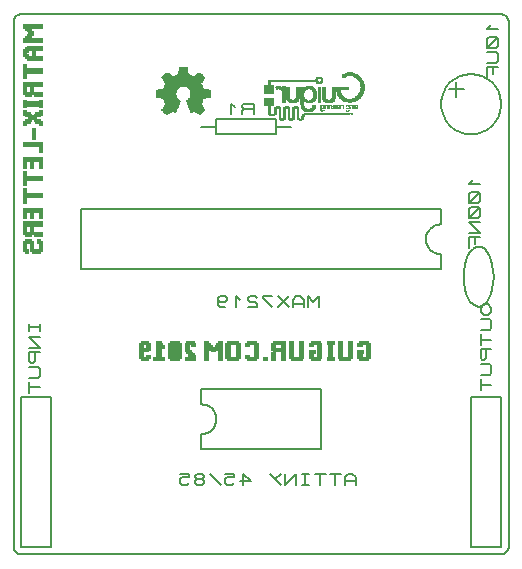
<source format=gbo>
G04 PROTEUS GERBER X2 FILE*
%TF.GenerationSoftware,Labcenter,Proteus,8.6-SP2-Build23525*%
%TF.CreationDate,2019-02-04T04:32:53+00:00*%
%TF.FileFunction,Legend,Bot*%
%TF.FilePolarity,Positive*%
%TF.Part,Single*%
%FSLAX45Y45*%
%MOMM*%
G01*
%TA.AperFunction,Material*%
%ADD21C,0.203200*%
%TA.AperFunction,Profile*%
%ADD71C,0.203200*%
%TA.AperFunction,NonMaterial*%
%ADD22C,0.063500*%
%TA.AperFunction,Material*%
%ADD23C,0.063500*%
%TD.AperFunction*%
D21*
X+3175000Y+1143000D02*
X+3175000Y+1270000D01*
X+127000Y+1270000D01*
X+127000Y+762000D01*
X+3175000Y+762000D01*
X+3175000Y+889000D01*
X+3048000Y+1016000D02*
X+3050436Y+1041876D01*
X+3057485Y+1065848D01*
X+3068762Y+1087438D01*
X+3083878Y+1106170D01*
X+3102446Y+1121569D01*
X+3124081Y+1133158D01*
X+3148394Y+1140460D01*
X+3175000Y+1143000D01*
X+3048000Y+1016000D02*
X+3050436Y+989394D01*
X+3057485Y+965081D01*
X+3068762Y+943446D01*
X+3083878Y+924878D01*
X+3102446Y+909762D01*
X+3124081Y+898485D01*
X+3148394Y+891436D01*
X+3175000Y+889000D01*
X+2139805Y+440835D02*
X+2139805Y+532275D01*
X+2092180Y+486555D01*
X+2044555Y+532275D01*
X+2044555Y+440835D01*
X+2012805Y+440835D02*
X+2012805Y+501795D01*
X+1981055Y+532275D01*
X+1949305Y+532275D01*
X+1917555Y+501795D01*
X+1917555Y+440835D01*
X+2012805Y+471315D02*
X+1917555Y+471315D01*
X+1885805Y+532275D02*
X+1790555Y+440835D01*
X+1885805Y+440835D02*
X+1790555Y+532275D01*
X+1742930Y+532275D02*
X+1663555Y+532275D01*
X+1663555Y+517035D01*
X+1742930Y+440835D01*
X+1615930Y+517035D02*
X+1600055Y+532275D01*
X+1552430Y+532275D01*
X+1536555Y+517035D01*
X+1536555Y+501795D01*
X+1552430Y+486555D01*
X+1600055Y+486555D01*
X+1615930Y+471315D01*
X+1615930Y+440835D01*
X+1536555Y+440835D01*
X+1473055Y+501795D02*
X+1441305Y+532275D01*
X+1441305Y+440835D01*
X+1282555Y+501795D02*
X+1298430Y+486555D01*
X+1346055Y+486555D01*
X+1361930Y+501795D01*
X+1361930Y+517035D01*
X+1346055Y+532275D01*
X+1298430Y+532275D01*
X+1282555Y+517035D01*
X+1282555Y+456075D01*
X+1298430Y+440835D01*
X+1346055Y+440835D01*
X+1143000Y-635000D02*
X+1143000Y-762000D01*
X+2159000Y-762000D01*
X+2159000Y-254000D01*
X+1143000Y-254000D01*
X+1143000Y-381000D01*
X+1270000Y-508000D02*
X+1267564Y-533876D01*
X+1260515Y-557848D01*
X+1249238Y-579438D01*
X+1234122Y-598170D01*
X+1215554Y-613569D01*
X+1193919Y-625158D01*
X+1169606Y-632460D01*
X+1143000Y-635000D01*
X+1270000Y-508000D02*
X+1267564Y-481394D01*
X+1260515Y-457081D01*
X+1249238Y-435446D01*
X+1234122Y-416878D01*
X+1215554Y-401762D01*
X+1193919Y-390485D01*
X+1169606Y-383436D01*
X+1143000Y-381000D01*
X+2453640Y-1061720D02*
X+2453640Y-1000760D01*
X+2421890Y-970280D01*
X+2390140Y-970280D01*
X+2358390Y-1000760D01*
X+2358390Y-1061720D01*
X+2453640Y-1031240D02*
X+2358390Y-1031240D01*
X+2326640Y-970280D02*
X+2231390Y-970280D01*
X+2279015Y-970280D02*
X+2279015Y-1061720D01*
X+2199640Y-970280D02*
X+2104390Y-970280D01*
X+2152015Y-970280D02*
X+2152015Y-1061720D01*
X+2056765Y-970280D02*
X+1993265Y-970280D01*
X+2025015Y-970280D02*
X+2025015Y-1061720D01*
X+2056765Y-1061720D02*
X+1993265Y-1061720D01*
X+1945640Y-1061720D02*
X+1945640Y-970280D01*
X+1850390Y-1061720D01*
X+1850390Y-970280D01*
X+1723390Y-970280D02*
X+1818640Y-1061720D01*
X+1818640Y-970280D02*
X+1771015Y-1016000D01*
X+1469390Y-1031240D02*
X+1564640Y-1031240D01*
X+1501140Y-970280D01*
X+1501140Y-1061720D01*
X+1342390Y-970280D02*
X+1421765Y-970280D01*
X+1421765Y-1000760D01*
X+1358265Y-1000760D01*
X+1342390Y-1016000D01*
X+1342390Y-1046480D01*
X+1358265Y-1061720D01*
X+1405890Y-1061720D01*
X+1421765Y-1046480D01*
X+1215390Y-970280D02*
X+1310640Y-1061720D01*
X+1151890Y-1016000D02*
X+1167765Y-1000760D01*
X+1167765Y-985520D01*
X+1151890Y-970280D01*
X+1104265Y-970280D01*
X+1088390Y-985520D01*
X+1088390Y-1000760D01*
X+1104265Y-1016000D01*
X+1151890Y-1016000D01*
X+1167765Y-1031240D01*
X+1167765Y-1046480D01*
X+1151890Y-1061720D01*
X+1104265Y-1061720D01*
X+1088390Y-1046480D01*
X+1088390Y-1031240D01*
X+1104265Y-1016000D01*
X+961390Y-970280D02*
X+1040765Y-970280D01*
X+1040765Y-1000760D01*
X+977265Y-1000760D01*
X+961390Y-1016000D01*
X+961390Y-1046480D01*
X+977265Y-1061720D01*
X+1024890Y-1061720D01*
X+1040765Y-1046480D01*
X+3429000Y-1587500D02*
X+3683000Y-1587500D01*
X+3683000Y-317500D01*
X+3429000Y-317500D01*
X+3429000Y-1587500D01*
X+3540219Y+466819D02*
X+3509739Y+435069D01*
X+3509739Y+403319D01*
X+3540219Y+371569D01*
X+3570699Y+371569D01*
X+3601179Y+403319D01*
X+3601179Y+435069D01*
X+3570699Y+466819D01*
X+3540219Y+466819D01*
X+3509739Y+339819D02*
X+3585939Y+339819D01*
X+3601179Y+323944D01*
X+3601179Y+260444D01*
X+3585939Y+244569D01*
X+3509739Y+244569D01*
X+3509739Y+212819D02*
X+3509739Y+117569D01*
X+3509739Y+165194D02*
X+3601179Y+165194D01*
X+3601179Y+85819D02*
X+3509739Y+85819D01*
X+3509739Y+6444D01*
X+3524979Y-9431D01*
X+3540219Y-9431D01*
X+3555459Y+6444D01*
X+3555459Y+85819D01*
X+3509739Y-41181D02*
X+3585939Y-41181D01*
X+3601179Y-57056D01*
X+3601179Y-120556D01*
X+3585939Y-136431D01*
X+3509739Y-136431D01*
X+3509739Y-168181D02*
X+3509739Y-263431D01*
X+3509739Y-215806D02*
X+3601179Y-215806D01*
X-381000Y-1587500D02*
X-127000Y-1587500D01*
X-127000Y-317500D01*
X-381000Y-317500D01*
X-381000Y-1587500D01*
X-311397Y+301625D02*
X-311397Y+238125D01*
X-311397Y+269875D02*
X-219957Y+269875D01*
X-219957Y+301625D02*
X-219957Y+238125D01*
X-219957Y+190500D02*
X-311397Y+190500D01*
X-219957Y+95250D01*
X-311397Y+95250D01*
X-219957Y+63500D02*
X-311397Y+63500D01*
X-311397Y-15875D01*
X-296157Y-31750D01*
X-280917Y-31750D01*
X-265677Y-15875D01*
X-265677Y+63500D01*
X-311397Y-63500D02*
X-235197Y-63500D01*
X-219957Y-79375D01*
X-219957Y-142875D01*
X-235197Y-158750D01*
X-311397Y-158750D01*
X-311397Y-190500D02*
X-311397Y-285750D01*
X-311397Y-238125D02*
X-219957Y-238125D01*
D71*
X-381000Y-1651000D02*
X+3683000Y-1651000D01*
X+3746500Y-1587500D02*
X+3746500Y+2857500D01*
X+3683000Y+2921000D02*
X-381000Y+2921000D01*
X-444500Y+2857500D02*
X-444500Y-1587500D01*
D22*
X+841700Y+2076288D02*
X+856940Y+2076288D01*
X+1121100Y+2076288D02*
X+1131260Y+2076288D01*
X+836620Y+2081368D02*
X+862020Y+2081368D01*
X+1110940Y+2081368D02*
X+1136340Y+2081368D01*
X+831540Y+2086448D02*
X+872180Y+2086448D01*
X+1105860Y+2086448D02*
X+1141420Y+2086448D01*
X+826460Y+2091528D02*
X+882340Y+2091528D01*
X+917900Y+2091528D02*
X+922980Y+2091528D01*
X+1095700Y+2091528D02*
X+1146500Y+2091528D01*
X+821380Y+2096608D02*
X+887420Y+2096608D01*
X+912820Y+2096608D02*
X+922980Y+2096608D01*
X+1049980Y+2096608D02*
X+1065220Y+2096608D01*
X+1090620Y+2096608D02*
X+1151580Y+2096608D01*
X+816300Y+2101688D02*
X+897580Y+2101688D01*
X+902660Y+2101688D02*
X+928060Y+2101688D01*
X+1049980Y+2101688D02*
X+1075380Y+2101688D01*
X+1080460Y+2101688D02*
X+1156660Y+2101688D01*
X+811220Y+2106768D02*
X+928060Y+2106768D01*
X+1049980Y+2106768D02*
X+1161740Y+2106768D01*
X+806140Y+2111848D02*
X+928060Y+2111848D01*
X+1044900Y+2111848D02*
X+1166820Y+2111848D01*
X+806140Y+2116928D02*
X+933140Y+2116928D01*
X+1044900Y+2116928D02*
X+1166820Y+2116928D01*
X+811220Y+2122008D02*
X+933140Y+2122008D01*
X+1039820Y+2122008D02*
X+1166820Y+2122008D01*
X+816300Y+2127088D02*
X+938220Y+2127088D01*
X+1039820Y+2127088D02*
X+1161740Y+2127088D01*
X+816300Y+2132168D02*
X+938220Y+2132168D01*
X+1039820Y+2132168D02*
X+1156660Y+2132168D01*
X+821380Y+2137248D02*
X+943300Y+2137248D01*
X+1034740Y+2137248D02*
X+1156660Y+2137248D01*
X+826460Y+2142328D02*
X+943300Y+2142328D01*
X+1034740Y+2142328D02*
X+1151580Y+2142328D01*
X+826460Y+2147408D02*
X+943300Y+2147408D01*
X+1029660Y+2147408D02*
X+1146500Y+2147408D01*
X+831540Y+2152488D02*
X+948380Y+2152488D01*
X+1029660Y+2152488D02*
X+1146500Y+2152488D01*
X+836620Y+2157568D02*
X+948380Y+2157568D01*
X+1029660Y+2157568D02*
X+1141420Y+2157568D01*
X+836620Y+2162648D02*
X+953460Y+2162648D01*
X+1024580Y+2162648D02*
X+1136340Y+2162648D01*
X+836620Y+2167728D02*
X+953460Y+2167728D01*
X+1024580Y+2167728D02*
X+1141420Y+2167728D01*
X+836620Y+2172808D02*
X+958540Y+2172808D01*
X+1019500Y+2172808D02*
X+1141420Y+2172808D01*
X+831540Y+2177888D02*
X+958540Y+2177888D01*
X+1019500Y+2177888D02*
X+1146500Y+2177888D01*
X+831540Y+2182968D02*
X+958540Y+2182968D01*
X+1014420Y+2182968D02*
X+1146500Y+2182968D01*
X+826460Y+2188048D02*
X+963620Y+2188048D01*
X+1014420Y+2188048D02*
X+1146500Y+2188048D01*
X+826460Y+2193128D02*
X+958540Y+2193128D01*
X+1014420Y+2193128D02*
X+1151580Y+2193128D01*
X+826460Y+2198208D02*
X+953460Y+2198208D01*
X+1024580Y+2198208D02*
X+1151580Y+2198208D01*
X+821380Y+2203288D02*
X+948380Y+2203288D01*
X+1029660Y+2203288D02*
X+1151580Y+2203288D01*
X+821380Y+2208368D02*
X+938220Y+2208368D01*
X+1034740Y+2208368D02*
X+1156660Y+2208368D01*
X+801060Y+2213448D02*
X+938220Y+2213448D01*
X+1039820Y+2213448D02*
X+1176980Y+2213448D01*
X+775660Y+2218528D02*
X+933140Y+2218528D01*
X+1044900Y+2218528D02*
X+1197300Y+2218528D01*
X+760420Y+2223608D02*
X+928060Y+2223608D01*
X+1044900Y+2223608D02*
X+1217620Y+2223608D01*
X+760420Y+2228688D02*
X+928060Y+2228688D01*
X+1049980Y+2228688D02*
X+1217620Y+2228688D01*
X+760420Y+2233768D02*
X+928060Y+2233768D01*
X+1049980Y+2233768D02*
X+1217620Y+2233768D01*
X+760420Y+2238848D02*
X+928060Y+2238848D01*
X+1049980Y+2238848D02*
X+1217620Y+2238848D01*
X+760420Y+2243928D02*
X+922980Y+2243928D01*
X+1049980Y+2243928D02*
X+1217620Y+2243928D01*
X+760420Y+2249008D02*
X+922980Y+2249008D01*
X+1049980Y+2249008D02*
X+1217620Y+2249008D01*
X+760420Y+2254088D02*
X+922980Y+2254088D01*
X+1049980Y+2254088D02*
X+1217620Y+2254088D01*
X+760420Y+2259168D02*
X+922980Y+2259168D01*
X+1049980Y+2259168D02*
X+1217620Y+2259168D01*
X+760420Y+2264248D02*
X+928060Y+2264248D01*
X+1049980Y+2264248D02*
X+1217620Y+2264248D01*
X+760420Y+2269328D02*
X+928060Y+2269328D01*
X+1049980Y+2269328D02*
X+1217620Y+2269328D01*
X+760420Y+2274408D02*
X+928060Y+2274408D01*
X+1049980Y+2274408D02*
X+1217620Y+2274408D01*
X+760420Y+2279488D02*
X+933140Y+2279488D01*
X+1044900Y+2279488D02*
X+1217620Y+2279488D01*
X+775660Y+2284568D02*
X+933140Y+2284568D01*
X+1039820Y+2284568D02*
X+1202380Y+2284568D01*
X+806140Y+2289648D02*
X+938220Y+2289648D01*
X+1039820Y+2289648D02*
X+1171900Y+2289648D01*
X+821380Y+2294728D02*
X+943300Y+2294728D01*
X+1034740Y+2294728D02*
X+1156660Y+2294728D01*
X+826460Y+2299808D02*
X+948380Y+2299808D01*
X+1029660Y+2299808D02*
X+1151580Y+2299808D01*
X+826460Y+2304888D02*
X+953460Y+2304888D01*
X+1019500Y+2304888D02*
X+1151580Y+2304888D01*
X+826460Y+2309968D02*
X+963620Y+2309968D01*
X+1014420Y+2309968D02*
X+1146500Y+2309968D01*
X+831540Y+2315048D02*
X+1146500Y+2315048D01*
X+831540Y+2320128D02*
X+1146500Y+2320128D01*
X+836620Y+2325208D02*
X+1141420Y+2325208D01*
X+836620Y+2330288D02*
X+1141420Y+2330288D01*
X+841700Y+2335368D02*
X+1136340Y+2335368D01*
X+836620Y+2340448D02*
X+1136340Y+2340448D01*
X+836620Y+2345528D02*
X+1141420Y+2345528D01*
X+831540Y+2350608D02*
X+1146500Y+2350608D01*
X+831540Y+2355688D02*
X+1146500Y+2355688D01*
X+826460Y+2360768D02*
X+1151580Y+2360768D01*
X+821380Y+2365848D02*
X+1156660Y+2365848D01*
X+816300Y+2370928D02*
X+1156660Y+2370928D01*
X+816300Y+2376008D02*
X+1161740Y+2376008D01*
X+811220Y+2381088D02*
X+1166820Y+2381088D01*
X+806140Y+2386168D02*
X+1166820Y+2386168D01*
X+806140Y+2391248D02*
X+1166820Y+2391248D01*
X+811220Y+2396328D02*
X+1161740Y+2396328D01*
X+816300Y+2401408D02*
X+892500Y+2401408D01*
X+912820Y+2401408D02*
X+1065220Y+2401408D01*
X+1080460Y+2401408D02*
X+1156660Y+2401408D01*
X+821380Y+2406488D02*
X+887420Y+2406488D01*
X+922980Y+2406488D02*
X+1055060Y+2406488D01*
X+1090620Y+2406488D02*
X+1151580Y+2406488D01*
X+826460Y+2411568D02*
X+877260Y+2411568D01*
X+938220Y+2411568D02*
X+1039820Y+2411568D01*
X+1095700Y+2411568D02*
X+1146500Y+2411568D01*
X+831540Y+2416648D02*
X+872180Y+2416648D01*
X+948380Y+2416648D02*
X+1029660Y+2416648D01*
X+1105860Y+2416648D02*
X+1141420Y+2416648D01*
X+836620Y+2421728D02*
X+867100Y+2421728D01*
X+948380Y+2421728D02*
X+1029660Y+2421728D01*
X+1110940Y+2421728D02*
X+1136340Y+2421728D01*
X+841700Y+2426808D02*
X+856940Y+2426808D01*
X+948380Y+2426808D02*
X+1029660Y+2426808D01*
X+1121100Y+2426808D02*
X+1131260Y+2426808D01*
X+948380Y+2431888D02*
X+1024580Y+2431888D01*
X+948380Y+2436968D02*
X+1024580Y+2436968D01*
X+953460Y+2442048D02*
X+1024580Y+2442048D01*
X+953460Y+2447128D02*
X+1024580Y+2447128D01*
X+953460Y+2452208D02*
X+1024580Y+2452208D01*
X+953460Y+2457288D02*
X+1024580Y+2457288D01*
X+953460Y+2462368D02*
X+1019500Y+2462368D01*
X+953460Y+2467448D02*
X+1019500Y+2467448D01*
X+958540Y+2472528D02*
X+1019500Y+2472528D01*
X+1813882Y+2026775D02*
X+1834202Y+2026775D01*
X+1890082Y+2026775D02*
X+1915482Y+2026775D01*
X+1971362Y+2026775D02*
X+1991682Y+2026775D01*
X+1803722Y+2031855D02*
X+1844362Y+2031855D01*
X+1879922Y+2031855D02*
X+1920562Y+2031855D01*
X+1961202Y+2031855D02*
X+1996762Y+2031855D01*
X+1798642Y+2036935D02*
X+1849442Y+2036935D01*
X+1879922Y+2036935D02*
X+1925642Y+2036935D01*
X+1956122Y+2036935D02*
X+2001842Y+2036935D01*
X+1798642Y+2042015D02*
X+1849442Y+2042015D01*
X+1874842Y+2042015D02*
X+1900242Y+2042015D01*
X+1905322Y+2042015D02*
X+1925642Y+2042015D01*
X+1951042Y+2042015D02*
X+1971362Y+2042015D01*
X+1986602Y+2042015D02*
X+2006922Y+2042015D01*
X+1798642Y+2047095D02*
X+1813882Y+2047095D01*
X+1834202Y+2047095D02*
X+1849442Y+2047095D01*
X+1874842Y+2047095D02*
X+1890082Y+2047095D01*
X+1910402Y+2047095D02*
X+1925642Y+2047095D01*
X+1951042Y+2047095D02*
X+1966282Y+2047095D01*
X+1991682Y+2047095D02*
X+2006922Y+2047095D01*
X+1798642Y+2052175D02*
X+1813882Y+2052175D01*
X+1834202Y+2052175D02*
X+1849442Y+2052175D01*
X+1874842Y+2052175D02*
X+1890082Y+2052175D01*
X+1910402Y+2052175D02*
X+1925642Y+2052175D01*
X+1951042Y+2052175D02*
X+1966282Y+2052175D01*
X+1991682Y+2052175D02*
X+2006922Y+2052175D01*
X+1798642Y+2057255D02*
X+1813882Y+2057255D01*
X+1834202Y+2057255D02*
X+1849442Y+2057255D01*
X+1874842Y+2057255D02*
X+1890082Y+2057255D01*
X+1910402Y+2057255D02*
X+1925642Y+2057255D01*
X+1951042Y+2057255D02*
X+1966282Y+2057255D01*
X+1991682Y+2057255D02*
X+2006922Y+2057255D01*
X+1798642Y+2062335D02*
X+1813882Y+2062335D01*
X+1834202Y+2062335D02*
X+1849442Y+2062335D01*
X+1874842Y+2062335D02*
X+1890082Y+2062335D01*
X+1910402Y+2062335D02*
X+1925642Y+2062335D01*
X+1951042Y+2062335D02*
X+1966282Y+2062335D01*
X+1991682Y+2062335D02*
X+2012002Y+2062335D01*
X+1717362Y+2067415D02*
X+1763082Y+2067415D01*
X+1798642Y+2067415D02*
X+1813882Y+2067415D01*
X+1834202Y+2067415D02*
X+1849442Y+2067415D01*
X+1874842Y+2067415D02*
X+1890082Y+2067415D01*
X+1910402Y+2067415D02*
X+1925642Y+2067415D01*
X+1951042Y+2067415D02*
X+1966282Y+2067415D01*
X+1996762Y+2067415D02*
X+2017082Y+2067415D01*
X+1712282Y+2072495D02*
X+1768162Y+2072495D01*
X+1798642Y+2072495D02*
X+1813882Y+2072495D01*
X+1834202Y+2072495D02*
X+1849442Y+2072495D01*
X+1874842Y+2072495D02*
X+1890082Y+2072495D01*
X+1910402Y+2072495D02*
X+1925642Y+2072495D01*
X+1951042Y+2072495D02*
X+1966282Y+2072495D01*
X+1996762Y+2072495D02*
X+2393002Y+2072495D01*
X+2413322Y+2072495D02*
X+2418402Y+2072495D01*
X+1712282Y+2077575D02*
X+1773242Y+2077575D01*
X+1798642Y+2077575D02*
X+1813882Y+2077575D01*
X+1834202Y+2077575D02*
X+1849442Y+2077575D01*
X+1874842Y+2077575D02*
X+1890082Y+2077575D01*
X+1910402Y+2077575D02*
X+1925642Y+2077575D01*
X+1951042Y+2077575D02*
X+1966282Y+2077575D01*
X+2001842Y+2077575D02*
X+2393002Y+2077575D01*
X+2413322Y+2077575D02*
X+2418402Y+2077575D01*
X+1707202Y+2082655D02*
X+1727522Y+2082655D01*
X+1758002Y+2082655D02*
X+1773242Y+2082655D01*
X+1798642Y+2082655D02*
X+1813882Y+2082655D01*
X+1834202Y+2082655D02*
X+1849442Y+2082655D01*
X+1874842Y+2082655D02*
X+1890082Y+2082655D01*
X+1910402Y+2082655D02*
X+1925642Y+2082655D01*
X+1951042Y+2082655D02*
X+1966282Y+2082655D01*
X+2012002Y+2082655D02*
X+2393002Y+2082655D01*
X+2398082Y+2082655D02*
X+2403162Y+2082655D01*
X+2413322Y+2082655D02*
X+2423482Y+2082655D01*
X+1707202Y+2087735D02*
X+1722442Y+2087735D01*
X+1758002Y+2087735D02*
X+1773242Y+2087735D01*
X+1798642Y+2087735D02*
X+1813882Y+2087735D01*
X+1834202Y+2087735D02*
X+1849442Y+2087735D01*
X+1874842Y+2087735D02*
X+1890082Y+2087735D01*
X+1910402Y+2087735D02*
X+1925642Y+2087735D01*
X+1951042Y+2087735D02*
X+1966282Y+2087735D01*
X+1707202Y+2092815D02*
X+1722442Y+2092815D01*
X+1758002Y+2092815D02*
X+1773242Y+2092815D01*
X+1798642Y+2092815D02*
X+1813882Y+2092815D01*
X+1834202Y+2092815D02*
X+1849442Y+2092815D01*
X+1874842Y+2092815D02*
X+1890082Y+2092815D01*
X+1910402Y+2092815D02*
X+1925642Y+2092815D01*
X+1951042Y+2092815D02*
X+1966282Y+2092815D01*
X+1707202Y+2097895D02*
X+1722442Y+2097895D01*
X+1758002Y+2097895D02*
X+1773242Y+2097895D01*
X+1798642Y+2097895D02*
X+1813882Y+2097895D01*
X+1834202Y+2097895D02*
X+1849442Y+2097895D01*
X+1874842Y+2097895D02*
X+1890082Y+2097895D01*
X+1910402Y+2097895D02*
X+1925642Y+2097895D01*
X+1951042Y+2097895D02*
X+1966282Y+2097895D01*
X+2032322Y+2097895D02*
X+2057722Y+2097895D01*
X+1707202Y+2102975D02*
X+1722442Y+2102975D01*
X+1758002Y+2102975D02*
X+1773242Y+2102975D01*
X+1798642Y+2102975D02*
X+1813882Y+2102975D01*
X+1834202Y+2102975D02*
X+1849442Y+2102975D01*
X+1874842Y+2102975D02*
X+1890082Y+2102975D01*
X+1910402Y+2102975D02*
X+1925642Y+2102975D01*
X+1951042Y+2102975D02*
X+1966282Y+2102975D01*
X+2017082Y+2102975D02*
X+2078042Y+2102975D01*
X+2154242Y+2102975D02*
X+2169482Y+2102975D01*
X+2372682Y+2102975D02*
X+2387922Y+2102975D01*
X+1707202Y+2108055D02*
X+1722442Y+2108055D01*
X+1758002Y+2108055D02*
X+1773242Y+2108055D01*
X+1798642Y+2108055D02*
X+1813882Y+2108055D01*
X+1834202Y+2108055D02*
X+1849442Y+2108055D01*
X+1874842Y+2108055D02*
X+1890082Y+2108055D01*
X+1910402Y+2108055D02*
X+1925642Y+2108055D01*
X+1951042Y+2108055D02*
X+1966282Y+2108055D01*
X+2006922Y+2108055D02*
X+2083122Y+2108055D01*
X+2149162Y+2108055D02*
X+2154242Y+2108055D01*
X+2169482Y+2108055D02*
X+2174562Y+2108055D01*
X+2367602Y+2108055D02*
X+2372682Y+2108055D01*
X+2387922Y+2108055D02*
X+2393002Y+2108055D01*
X+1707202Y+2113135D02*
X+1722442Y+2113135D01*
X+1758002Y+2113135D02*
X+1773242Y+2113135D01*
X+1798642Y+2113135D02*
X+1813882Y+2113135D01*
X+1834202Y+2113135D02*
X+1849442Y+2113135D01*
X+1874842Y+2113135D02*
X+1890082Y+2113135D01*
X+1910402Y+2113135D02*
X+1925642Y+2113135D01*
X+1951042Y+2113135D02*
X+1966282Y+2113135D01*
X+2001842Y+2113135D02*
X+2093282Y+2113135D01*
X+2149162Y+2113135D02*
X+2154242Y+2113135D01*
X+2174562Y+2113135D02*
X+2179642Y+2113135D01*
X+2367602Y+2113135D02*
X+2372682Y+2113135D01*
X+2387922Y+2113135D02*
X+2393002Y+2113135D01*
X+1707202Y+2118215D02*
X+1722442Y+2118215D01*
X+1758002Y+2118215D02*
X+1773242Y+2118215D01*
X+1798642Y+2118215D02*
X+1813882Y+2118215D01*
X+1834202Y+2118215D02*
X+1849442Y+2118215D01*
X+1874842Y+2118215D02*
X+1890082Y+2118215D01*
X+1910402Y+2118215D02*
X+1925642Y+2118215D01*
X+1951042Y+2118215D02*
X+1966282Y+2118215D01*
X+1996762Y+2118215D02*
X+2098362Y+2118215D01*
X+2149162Y+2118215D02*
X+2154242Y+2118215D01*
X+1707202Y+2123295D02*
X+1722442Y+2123295D01*
X+1758002Y+2123295D02*
X+1778322Y+2123295D01*
X+1793562Y+2123295D02*
X+1813882Y+2123295D01*
X+1834202Y+2123295D02*
X+1854522Y+2123295D01*
X+1874842Y+2123295D02*
X+1890082Y+2123295D01*
X+1910402Y+2123295D02*
X+1930722Y+2123295D01*
X+1951042Y+2123295D02*
X+1966282Y+2123295D01*
X+1991682Y+2123295D02*
X+2027242Y+2123295D01*
X+2062802Y+2123295D02*
X+2098362Y+2123295D01*
X+2149162Y+2123295D02*
X+2174562Y+2123295D01*
X+2184722Y+2123295D02*
X+2189802Y+2123295D01*
X+2205042Y+2123295D02*
X+2210122Y+2123295D01*
X+2220282Y+2123295D02*
X+2225362Y+2123295D01*
X+2240602Y+2123295D02*
X+2245682Y+2123295D01*
X+2255842Y+2123295D02*
X+2276162Y+2123295D01*
X+2286322Y+2123295D02*
X+2306642Y+2123295D01*
X+2316802Y+2123295D02*
X+2321882Y+2123295D01*
X+2342202Y+2123295D02*
X+2347282Y+2123295D01*
X+2367602Y+2123295D02*
X+2377762Y+2123295D01*
X+2382842Y+2123295D02*
X+2393002Y+2123295D01*
X+2398082Y+2123295D02*
X+2403162Y+2123295D01*
X+2423482Y+2123295D02*
X+2428562Y+2123295D01*
X+2438722Y+2123295D02*
X+2459042Y+2123295D01*
X+1707202Y+2128375D02*
X+1722442Y+2128375D01*
X+1763082Y+2128375D02*
X+1783402Y+2128375D01*
X+1788482Y+2128375D02*
X+1808802Y+2128375D01*
X+1839282Y+2128375D02*
X+1859602Y+2128375D01*
X+1864682Y+2128375D02*
X+1890082Y+2128375D01*
X+1915482Y+2128375D02*
X+1935802Y+2128375D01*
X+1940882Y+2128375D02*
X+1966282Y+2128375D01*
X+1991682Y+2128375D02*
X+2022162Y+2128375D01*
X+2072962Y+2128375D02*
X+2103442Y+2128375D01*
X+2149162Y+2128375D02*
X+2154242Y+2128375D01*
X+2174562Y+2128375D02*
X+2179642Y+2128375D01*
X+2184722Y+2128375D02*
X+2189802Y+2128375D01*
X+2205042Y+2128375D02*
X+2210122Y+2128375D01*
X+2220282Y+2128375D02*
X+2225362Y+2128375D01*
X+2240602Y+2128375D02*
X+2245682Y+2128375D01*
X+2250762Y+2128375D02*
X+2255842Y+2128375D01*
X+2271082Y+2128375D02*
X+2276162Y+2128375D01*
X+2286322Y+2128375D02*
X+2291402Y+2128375D01*
X+2306642Y+2128375D02*
X+2311722Y+2128375D01*
X+2316802Y+2128375D02*
X+2321882Y+2128375D01*
X+2342202Y+2128375D02*
X+2347282Y+2128375D01*
X+2367602Y+2128375D02*
X+2372682Y+2128375D01*
X+2387922Y+2128375D02*
X+2393002Y+2128375D01*
X+2398082Y+2128375D02*
X+2403162Y+2128375D01*
X+2423482Y+2128375D02*
X+2428562Y+2128375D01*
X+2459042Y+2128375D02*
X+2464122Y+2128375D01*
X+1707202Y+2133455D02*
X+1722442Y+2133455D01*
X+1763082Y+2133455D02*
X+1808802Y+2133455D01*
X+1839282Y+2133455D02*
X+1885002Y+2133455D01*
X+1915482Y+2133455D02*
X+1961202Y+2133455D01*
X+1986602Y+2133455D02*
X+2017082Y+2133455D01*
X+2078042Y+2133455D02*
X+2103442Y+2133455D01*
X+2149162Y+2133455D02*
X+2154242Y+2133455D01*
X+2174562Y+2133455D02*
X+2179642Y+2133455D01*
X+2184722Y+2133455D02*
X+2189802Y+2133455D01*
X+2205042Y+2133455D02*
X+2210122Y+2133455D01*
X+2220282Y+2133455D02*
X+2225362Y+2133455D01*
X+2240602Y+2133455D02*
X+2245682Y+2133455D01*
X+2271082Y+2133455D02*
X+2281242Y+2133455D01*
X+2306642Y+2133455D02*
X+2311722Y+2133455D01*
X+2316802Y+2133455D02*
X+2321882Y+2133455D01*
X+2342202Y+2133455D02*
X+2347282Y+2133455D01*
X+2393002Y+2133455D02*
X+2403162Y+2133455D01*
X+2423482Y+2133455D02*
X+2428562Y+2133455D01*
X+2453962Y+2133455D02*
X+2464122Y+2133455D01*
X+1707202Y+2138535D02*
X+1722442Y+2138535D01*
X+1768162Y+2138535D02*
X+1803722Y+2138535D01*
X+1844362Y+2138535D02*
X+1879922Y+2138535D01*
X+1920562Y+2138535D02*
X+1961202Y+2138535D01*
X+1986602Y+2138535D02*
X+2012002Y+2138535D01*
X+2083122Y+2138535D02*
X+2108522Y+2138535D01*
X+2149162Y+2138535D02*
X+2154242Y+2138535D01*
X+2174562Y+2138535D02*
X+2179642Y+2138535D01*
X+2184722Y+2138535D02*
X+2189802Y+2138535D01*
X+2205042Y+2138535D02*
X+2210122Y+2138535D01*
X+2220282Y+2138535D02*
X+2225362Y+2138535D01*
X+2240602Y+2138535D02*
X+2245682Y+2138535D01*
X+2255842Y+2138535D02*
X+2266002Y+2138535D01*
X+2271082Y+2138535D02*
X+2281242Y+2138535D01*
X+2286322Y+2138535D02*
X+2301562Y+2138535D01*
X+2306642Y+2138535D02*
X+2311722Y+2138535D01*
X+2316802Y+2138535D02*
X+2321882Y+2138535D01*
X+2342202Y+2138535D02*
X+2347282Y+2138535D01*
X+2393002Y+2138535D02*
X+2403162Y+2138535D01*
X+2423482Y+2138535D02*
X+2428562Y+2138535D01*
X+2438722Y+2138535D02*
X+2448882Y+2138535D01*
X+2459042Y+2138535D02*
X+2464122Y+2138535D01*
X+1707202Y+2143615D02*
X+1722442Y+2143615D01*
X+1773242Y+2143615D02*
X+1798642Y+2143615D01*
X+1849442Y+2143615D02*
X+1874842Y+2143615D01*
X+1925642Y+2143615D02*
X+1951042Y+2143615D01*
X+1986602Y+2143615D02*
X+2012002Y+2143615D01*
X+2083122Y+2143615D02*
X+2108522Y+2143615D01*
X+2149162Y+2143615D02*
X+2154242Y+2143615D01*
X+2174562Y+2143615D02*
X+2179642Y+2143615D01*
X+2184722Y+2143615D02*
X+2189802Y+2143615D01*
X+2205042Y+2143615D02*
X+2210122Y+2143615D01*
X+2220282Y+2143615D02*
X+2225362Y+2143615D01*
X+2240602Y+2143615D02*
X+2245682Y+2143615D01*
X+2250762Y+2143615D02*
X+2255842Y+2143615D01*
X+2271082Y+2143615D02*
X+2276162Y+2143615D01*
X+2286322Y+2143615D02*
X+2291402Y+2143615D01*
X+2306642Y+2143615D02*
X+2311722Y+2143615D01*
X+2316802Y+2143615D02*
X+2321882Y+2143615D01*
X+2342202Y+2143615D02*
X+2347282Y+2143615D01*
X+2367602Y+2143615D02*
X+2372682Y+2143615D01*
X+2387922Y+2143615D02*
X+2393002Y+2143615D01*
X+2423482Y+2143615D02*
X+2428562Y+2143615D01*
X+2433642Y+2143615D02*
X+2443802Y+2143615D01*
X+2459042Y+2143615D02*
X+2464122Y+2143615D01*
X+1676722Y+2148695D02*
X+1752922Y+2148695D01*
X+1986602Y+2148695D02*
X+2006922Y+2148695D01*
X+2083122Y+2148695D02*
X+2108522Y+2148695D01*
X+2149162Y+2148695D02*
X+2174562Y+2148695D01*
X+2184722Y+2148695D02*
X+2210122Y+2148695D01*
X+2220282Y+2148695D02*
X+2225362Y+2148695D01*
X+2230442Y+2148695D02*
X+2245682Y+2148695D01*
X+2255842Y+2148695D02*
X+2276162Y+2148695D01*
X+2286322Y+2148695D02*
X+2306642Y+2148695D01*
X+2321882Y+2148695D02*
X+2347282Y+2148695D01*
X+2367602Y+2148695D02*
X+2393002Y+2148695D01*
X+2403162Y+2148695D02*
X+2428562Y+2148695D01*
X+2438722Y+2148695D02*
X+2459042Y+2148695D01*
X+1676722Y+2153775D02*
X+1752922Y+2153775D01*
X+1986602Y+2153775D02*
X+2006922Y+2153775D01*
X+2083122Y+2153775D02*
X+2108522Y+2153775D01*
X+1676722Y+2158855D02*
X+1752922Y+2158855D01*
X+1981522Y+2158855D02*
X+2006922Y+2158855D01*
X+1676722Y+2163935D02*
X+1752922Y+2163935D01*
X+1981522Y+2163935D02*
X+2006922Y+2163935D01*
X+1676722Y+2169015D02*
X+1752922Y+2169015D01*
X+1981522Y+2169015D02*
X+2006922Y+2169015D01*
X+1676722Y+2174095D02*
X+1752922Y+2174095D01*
X+1895162Y+2174095D02*
X+1935802Y+2174095D01*
X+1981522Y+2174095D02*
X+2006922Y+2174095D01*
X+2037402Y+2174095D02*
X+2072962Y+2174095D01*
X+2199962Y+2174095D02*
X+2240602Y+2174095D01*
X+1676722Y+2179175D02*
X+1752922Y+2179175D01*
X+1829122Y+2179175D02*
X+1849442Y+2179175D01*
X+1885002Y+2179175D02*
X+1945962Y+2179175D01*
X+1981522Y+2179175D02*
X+2006922Y+2179175D01*
X+2027242Y+2179175D02*
X+2083122Y+2179175D01*
X+2128842Y+2179175D02*
X+2149162Y+2179175D01*
X+2189802Y+2179175D02*
X+2250762Y+2179175D01*
X+2382842Y+2179175D02*
X+2413322Y+2179175D01*
X+1676722Y+2184255D02*
X+1752922Y+2184255D01*
X+1829122Y+2184255D02*
X+1849442Y+2184255D01*
X+1874842Y+2184255D02*
X+1956122Y+2184255D01*
X+1981522Y+2184255D02*
X+2006922Y+2184255D01*
X+2022162Y+2184255D02*
X+2093282Y+2184255D01*
X+2128842Y+2184255D02*
X+2149162Y+2184255D01*
X+2179642Y+2184255D02*
X+2260922Y+2184255D01*
X+2362522Y+2184255D02*
X+2438722Y+2184255D01*
X+1676722Y+2189335D02*
X+1752922Y+2189335D01*
X+1829122Y+2189335D02*
X+1849442Y+2189335D01*
X+1874842Y+2189335D02*
X+1961202Y+2189335D01*
X+1981522Y+2189335D02*
X+2006922Y+2189335D01*
X+2017082Y+2189335D02*
X+2098362Y+2189335D01*
X+2128842Y+2189335D02*
X+2149162Y+2189335D01*
X+2174562Y+2189335D02*
X+2266002Y+2189335D01*
X+2347282Y+2189335D02*
X+2448882Y+2189335D01*
X+1676722Y+2194415D02*
X+1752922Y+2194415D01*
X+1829122Y+2194415D02*
X+1849442Y+2194415D01*
X+1869762Y+2194415D02*
X+1961202Y+2194415D01*
X+1981522Y+2194415D02*
X+2037402Y+2194415D01*
X+2057722Y+2194415D02*
X+2103442Y+2194415D01*
X+2128842Y+2194415D02*
X+2149162Y+2194415D01*
X+2174562Y+2194415D02*
X+2266002Y+2194415D01*
X+2337122Y+2194415D02*
X+2459042Y+2194415D01*
X+1676722Y+2199495D02*
X+1752922Y+2199495D01*
X+1829122Y+2199495D02*
X+1849442Y+2199495D01*
X+1864682Y+2199495D02*
X+1900242Y+2199495D01*
X+1930722Y+2199495D02*
X+1966282Y+2199495D01*
X+1981522Y+2199495D02*
X+2027242Y+2199495D01*
X+2072962Y+2199495D02*
X+2103442Y+2199495D01*
X+2128842Y+2199495D02*
X+2149162Y+2199495D01*
X+2169482Y+2199495D02*
X+2205042Y+2199495D01*
X+2235522Y+2199495D02*
X+2271082Y+2199495D01*
X+2332042Y+2199495D02*
X+2464122Y+2199495D01*
X+1676722Y+2204575D02*
X+1752922Y+2204575D01*
X+1829122Y+2204575D02*
X+1849442Y+2204575D01*
X+1864682Y+2204575D02*
X+1895162Y+2204575D01*
X+1935802Y+2204575D02*
X+1966282Y+2204575D01*
X+1981522Y+2204575D02*
X+2022162Y+2204575D01*
X+2078042Y+2204575D02*
X+2108522Y+2204575D01*
X+2128842Y+2204575D02*
X+2149162Y+2204575D01*
X+2169482Y+2204575D02*
X+2199962Y+2204575D01*
X+2240602Y+2204575D02*
X+2271082Y+2204575D01*
X+2326962Y+2204575D02*
X+2474282Y+2204575D01*
X+1676722Y+2209655D02*
X+1752922Y+2209655D01*
X+1829122Y+2209655D02*
X+1849442Y+2209655D01*
X+1864682Y+2209655D02*
X+1890082Y+2209655D01*
X+1940882Y+2209655D02*
X+1971362Y+2209655D01*
X+1981522Y+2209655D02*
X+2017082Y+2209655D01*
X+2083122Y+2209655D02*
X+2108522Y+2209655D01*
X+2128842Y+2209655D02*
X+2149162Y+2209655D01*
X+2164402Y+2209655D02*
X+2194882Y+2209655D01*
X+2245682Y+2209655D02*
X+2271082Y+2209655D01*
X+2316802Y+2209655D02*
X+2372682Y+2209655D01*
X+2423482Y+2209655D02*
X+2479362Y+2209655D01*
X+1676722Y+2214735D02*
X+1752922Y+2214735D01*
X+1829122Y+2214735D02*
X+1849442Y+2214735D01*
X+1859602Y+2214735D02*
X+1890082Y+2214735D01*
X+1945962Y+2214735D02*
X+1971362Y+2214735D01*
X+1981522Y+2214735D02*
X+2012002Y+2214735D01*
X+2083122Y+2214735D02*
X+2113602Y+2214735D01*
X+2128842Y+2214735D02*
X+2149162Y+2214735D01*
X+2164402Y+2214735D02*
X+2189802Y+2214735D01*
X+2245682Y+2214735D02*
X+2276162Y+2214735D01*
X+2311722Y+2214735D02*
X+2357442Y+2214735D01*
X+2433642Y+2214735D02*
X+2484442Y+2214735D01*
X+1829122Y+2219815D02*
X+1849442Y+2219815D01*
X+1859602Y+2219815D02*
X+1885002Y+2219815D01*
X+1945962Y+2219815D02*
X+1971362Y+2219815D01*
X+1981522Y+2219815D02*
X+2012002Y+2219815D01*
X+2088202Y+2219815D02*
X+2113602Y+2219815D01*
X+2128842Y+2219815D02*
X+2149162Y+2219815D01*
X+2164402Y+2219815D02*
X+2189802Y+2219815D01*
X+2250762Y+2219815D02*
X+2276162Y+2219815D01*
X+2311722Y+2219815D02*
X+2352362Y+2219815D01*
X+2443802Y+2219815D02*
X+2489522Y+2219815D01*
X+1829122Y+2224895D02*
X+1849442Y+2224895D01*
X+1859602Y+2224895D02*
X+1885002Y+2224895D01*
X+1945962Y+2224895D02*
X+1971362Y+2224895D01*
X+1981522Y+2224895D02*
X+2006922Y+2224895D01*
X+2088202Y+2224895D02*
X+2113602Y+2224895D01*
X+2128842Y+2224895D02*
X+2149162Y+2224895D01*
X+2164402Y+2224895D02*
X+2189802Y+2224895D01*
X+2250762Y+2224895D02*
X+2276162Y+2224895D01*
X+2306642Y+2224895D02*
X+2347282Y+2224895D01*
X+2448882Y+2224895D02*
X+2494602Y+2224895D01*
X+1829122Y+2229975D02*
X+1849442Y+2229975D01*
X+1859602Y+2229975D02*
X+1885002Y+2229975D01*
X+1945962Y+2229975D02*
X+1971362Y+2229975D01*
X+1981522Y+2229975D02*
X+2006922Y+2229975D01*
X+2088202Y+2229975D02*
X+2118682Y+2229975D01*
X+2128842Y+2229975D02*
X+2149162Y+2229975D01*
X+2164402Y+2229975D02*
X+2189802Y+2229975D01*
X+2250762Y+2229975D02*
X+2276162Y+2229975D01*
X+2301562Y+2229975D02*
X+2337122Y+2229975D01*
X+2459042Y+2229975D02*
X+2499682Y+2229975D01*
X+1829122Y+2235055D02*
X+1849442Y+2235055D01*
X+1859602Y+2235055D02*
X+1885002Y+2235055D01*
X+1945962Y+2235055D02*
X+1971362Y+2235055D01*
X+1981522Y+2235055D02*
X+2006922Y+2235055D01*
X+2093282Y+2235055D02*
X+2118682Y+2235055D01*
X+2128842Y+2235055D02*
X+2149162Y+2235055D01*
X+2164402Y+2235055D02*
X+2189802Y+2235055D01*
X+2250762Y+2235055D02*
X+2276162Y+2235055D01*
X+2301562Y+2235055D02*
X+2337122Y+2235055D01*
X+2464122Y+2235055D02*
X+2499682Y+2235055D01*
X+1829122Y+2240135D02*
X+1849442Y+2240135D01*
X+1859602Y+2240135D02*
X+1885002Y+2240135D01*
X+1945962Y+2240135D02*
X+1971362Y+2240135D01*
X+1981522Y+2240135D02*
X+2006922Y+2240135D01*
X+2093282Y+2240135D02*
X+2118682Y+2240135D01*
X+2128842Y+2240135D02*
X+2149162Y+2240135D01*
X+2164402Y+2240135D02*
X+2189802Y+2240135D01*
X+2250762Y+2240135D02*
X+2276162Y+2240135D01*
X+2296482Y+2240135D02*
X+2332042Y+2240135D01*
X+2469202Y+2240135D02*
X+2504762Y+2240135D01*
X+1829122Y+2245215D02*
X+1849442Y+2245215D01*
X+1859602Y+2245215D02*
X+1885002Y+2245215D01*
X+1945962Y+2245215D02*
X+1971362Y+2245215D01*
X+1981522Y+2245215D02*
X+2006922Y+2245215D01*
X+2093282Y+2245215D02*
X+2118682Y+2245215D01*
X+2128842Y+2245215D02*
X+2149162Y+2245215D01*
X+2164402Y+2245215D02*
X+2189802Y+2245215D01*
X+2250762Y+2245215D02*
X+2276162Y+2245215D01*
X+2296482Y+2245215D02*
X+2326962Y+2245215D01*
X+2469202Y+2245215D02*
X+2504762Y+2245215D01*
X+1829122Y+2250295D02*
X+1849442Y+2250295D01*
X+1859602Y+2250295D02*
X+1885002Y+2250295D01*
X+1945962Y+2250295D02*
X+1971362Y+2250295D01*
X+1981522Y+2250295D02*
X+2006922Y+2250295D01*
X+2093282Y+2250295D02*
X+2118682Y+2250295D01*
X+2128842Y+2250295D02*
X+2149162Y+2250295D01*
X+2164402Y+2250295D02*
X+2189802Y+2250295D01*
X+2250762Y+2250295D02*
X+2276162Y+2250295D01*
X+2291402Y+2250295D02*
X+2326962Y+2250295D01*
X+2474282Y+2250295D02*
X+2509842Y+2250295D01*
X+1676722Y+2255375D02*
X+1752922Y+2255375D01*
X+1829122Y+2255375D02*
X+1849442Y+2255375D01*
X+1859602Y+2255375D02*
X+1885002Y+2255375D01*
X+1945962Y+2255375D02*
X+1971362Y+2255375D01*
X+1981522Y+2255375D02*
X+2006922Y+2255375D01*
X+2093282Y+2255375D02*
X+2118682Y+2255375D01*
X+2128842Y+2255375D02*
X+2149162Y+2255375D01*
X+2164402Y+2255375D02*
X+2189802Y+2255375D01*
X+2250762Y+2255375D02*
X+2276162Y+2255375D01*
X+2291402Y+2255375D02*
X+2321882Y+2255375D01*
X+2479362Y+2255375D02*
X+2509842Y+2255375D01*
X+1676722Y+2260455D02*
X+1752922Y+2260455D01*
X+1824042Y+2260455D02*
X+1849442Y+2260455D01*
X+1859602Y+2260455D02*
X+1885002Y+2260455D01*
X+1945962Y+2260455D02*
X+1971362Y+2260455D01*
X+1981522Y+2260455D02*
X+2006922Y+2260455D01*
X+2088202Y+2260455D02*
X+2113602Y+2260455D01*
X+2128842Y+2260455D02*
X+2149162Y+2260455D01*
X+2164402Y+2260455D02*
X+2189802Y+2260455D01*
X+2250762Y+2260455D02*
X+2276162Y+2260455D01*
X+2291402Y+2260455D02*
X+2321882Y+2260455D01*
X+2479362Y+2260455D02*
X+2514922Y+2260455D01*
X+1676722Y+2265535D02*
X+1752922Y+2265535D01*
X+1824042Y+2265535D02*
X+1849442Y+2265535D01*
X+1859602Y+2265535D02*
X+1885002Y+2265535D01*
X+1945962Y+2265535D02*
X+1971362Y+2265535D01*
X+1981522Y+2265535D02*
X+2012002Y+2265535D01*
X+2088202Y+2265535D02*
X+2113602Y+2265535D01*
X+2128842Y+2265535D02*
X+2149162Y+2265535D01*
X+2164402Y+2265535D02*
X+2189802Y+2265535D01*
X+2250762Y+2265535D02*
X+2276162Y+2265535D01*
X+2291402Y+2265535D02*
X+2316802Y+2265535D01*
X+2484442Y+2265535D02*
X+2514922Y+2265535D01*
X+1676722Y+2270615D02*
X+1752922Y+2270615D01*
X+1824042Y+2270615D02*
X+1849442Y+2270615D01*
X+1859602Y+2270615D02*
X+1885002Y+2270615D01*
X+1945962Y+2270615D02*
X+1971362Y+2270615D01*
X+1981522Y+2270615D02*
X+2012002Y+2270615D01*
X+2083122Y+2270615D02*
X+2113602Y+2270615D01*
X+2128842Y+2270615D02*
X+2149162Y+2270615D01*
X+2164402Y+2270615D02*
X+2189802Y+2270615D01*
X+2250762Y+2270615D02*
X+2276162Y+2270615D01*
X+2286322Y+2270615D02*
X+2316802Y+2270615D01*
X+2484442Y+2270615D02*
X+2514922Y+2270615D01*
X+1676722Y+2275695D02*
X+1752922Y+2275695D01*
X+1824042Y+2275695D02*
X+1849442Y+2275695D01*
X+1859602Y+2275695D02*
X+1885002Y+2275695D01*
X+1945962Y+2275695D02*
X+1971362Y+2275695D01*
X+1981522Y+2275695D02*
X+2017082Y+2275695D01*
X+2083122Y+2275695D02*
X+2108522Y+2275695D01*
X+2128842Y+2275695D02*
X+2149162Y+2275695D01*
X+2164402Y+2275695D02*
X+2189802Y+2275695D01*
X+2250762Y+2275695D02*
X+2276162Y+2275695D01*
X+2286322Y+2275695D02*
X+2316802Y+2275695D01*
X+2489522Y+2275695D02*
X+2514922Y+2275695D01*
X+1676722Y+2280775D02*
X+1752922Y+2280775D01*
X+1818962Y+2280775D02*
X+1849442Y+2280775D01*
X+1859602Y+2280775D02*
X+1885002Y+2280775D01*
X+1945962Y+2280775D02*
X+1971362Y+2280775D01*
X+1981522Y+2280775D02*
X+2022162Y+2280775D01*
X+2078042Y+2280775D02*
X+2108522Y+2280775D01*
X+2128842Y+2280775D02*
X+2149162Y+2280775D01*
X+2164402Y+2280775D02*
X+2189802Y+2280775D01*
X+2250762Y+2280775D02*
X+2276162Y+2280775D01*
X+2286322Y+2280775D02*
X+2316802Y+2280775D01*
X+2489522Y+2280775D02*
X+2520002Y+2280775D01*
X+1676722Y+2285855D02*
X+1752922Y+2285855D01*
X+1813882Y+2285855D02*
X+1849442Y+2285855D01*
X+1859602Y+2285855D02*
X+1885002Y+2285855D01*
X+1945962Y+2285855D02*
X+1971362Y+2285855D01*
X+1981522Y+2285855D02*
X+2027242Y+2285855D01*
X+2072962Y+2285855D02*
X+2108522Y+2285855D01*
X+2128842Y+2285855D02*
X+2149162Y+2285855D01*
X+2164402Y+2285855D02*
X+2189802Y+2285855D01*
X+2250762Y+2285855D02*
X+2276162Y+2285855D01*
X+2286322Y+2285855D02*
X+2387922Y+2285855D01*
X+2489522Y+2285855D02*
X+2520002Y+2285855D01*
X+1676722Y+2290935D02*
X+1752922Y+2290935D01*
X+1778322Y+2290935D02*
X+1788482Y+2290935D01*
X+1803722Y+2290935D02*
X+1849442Y+2290935D01*
X+1859602Y+2290935D02*
X+1885002Y+2290935D01*
X+1945962Y+2290935D02*
X+1971362Y+2290935D01*
X+1981522Y+2290935D02*
X+2037402Y+2290935D01*
X+2062802Y+2290935D02*
X+2103442Y+2290935D01*
X+2128842Y+2290935D02*
X+2149162Y+2290935D01*
X+2164402Y+2290935D02*
X+2189802Y+2290935D01*
X+2250762Y+2290935D02*
X+2276162Y+2290935D01*
X+2286322Y+2290935D02*
X+2387922Y+2290935D01*
X+2489522Y+2290935D02*
X+2520002Y+2290935D01*
X+1676722Y+2296015D02*
X+1752922Y+2296015D01*
X+1773242Y+2296015D02*
X+1849442Y+2296015D01*
X+1859602Y+2296015D02*
X+1885002Y+2296015D01*
X+1945962Y+2296015D02*
X+1971362Y+2296015D01*
X+1981522Y+2296015D02*
X+2006922Y+2296015D01*
X+2012002Y+2296015D02*
X+2098362Y+2296015D01*
X+2128842Y+2296015D02*
X+2149162Y+2296015D01*
X+2164402Y+2296015D02*
X+2189802Y+2296015D01*
X+2250762Y+2296015D02*
X+2276162Y+2296015D01*
X+2286322Y+2296015D02*
X+2387922Y+2296015D01*
X+2489522Y+2296015D02*
X+2520002Y+2296015D01*
X+1676722Y+2301095D02*
X+1752922Y+2301095D01*
X+1773242Y+2301095D02*
X+1818962Y+2301095D01*
X+1829122Y+2301095D02*
X+1849442Y+2301095D01*
X+1859602Y+2301095D02*
X+1885002Y+2301095D01*
X+1945962Y+2301095D02*
X+1971362Y+2301095D01*
X+1981522Y+2301095D02*
X+2006922Y+2301095D01*
X+2017082Y+2301095D02*
X+2093282Y+2301095D01*
X+2128842Y+2301095D02*
X+2149162Y+2301095D01*
X+2164402Y+2301095D02*
X+2189802Y+2301095D01*
X+2250762Y+2301095D02*
X+2276162Y+2301095D01*
X+2286322Y+2301095D02*
X+2387922Y+2301095D01*
X+2494602Y+2301095D02*
X+2520002Y+2301095D01*
X+1676722Y+2306175D02*
X+1752922Y+2306175D01*
X+1768162Y+2306175D02*
X+1818962Y+2306175D01*
X+1829122Y+2306175D02*
X+1849442Y+2306175D01*
X+1859602Y+2306175D02*
X+1885002Y+2306175D01*
X+1945962Y+2306175D02*
X+1971362Y+2306175D01*
X+1981522Y+2306175D02*
X+2006922Y+2306175D01*
X+2022162Y+2306175D02*
X+2088202Y+2306175D01*
X+2128842Y+2306175D02*
X+2149162Y+2306175D01*
X+2164402Y+2306175D02*
X+2189802Y+2306175D01*
X+2250762Y+2306175D02*
X+2276162Y+2306175D01*
X+2286322Y+2306175D02*
X+2387922Y+2306175D01*
X+2494602Y+2306175D02*
X+2520002Y+2306175D01*
X+1676722Y+2311255D02*
X+1752922Y+2311255D01*
X+1773242Y+2311255D02*
X+1808802Y+2311255D01*
X+1829122Y+2311255D02*
X+1849442Y+2311255D01*
X+2032322Y+2311255D02*
X+2078042Y+2311255D01*
X+2494602Y+2311255D02*
X+2520002Y+2311255D01*
X+1676722Y+2316335D02*
X+1752922Y+2316335D01*
X+1783402Y+2316335D02*
X+1793562Y+2316335D01*
X+2489522Y+2316335D02*
X+2520002Y+2316335D01*
X+1676722Y+2321415D02*
X+1752922Y+2321415D01*
X+2489522Y+2321415D02*
X+2520002Y+2321415D01*
X+1707202Y+2326495D02*
X+1722442Y+2326495D01*
X+2489522Y+2326495D02*
X+2520002Y+2326495D01*
X+1707202Y+2331575D02*
X+1722442Y+2331575D01*
X+2489522Y+2331575D02*
X+2514922Y+2331575D01*
X+1707202Y+2336655D02*
X+1722442Y+2336655D01*
X+2128842Y+2336655D02*
X+2154242Y+2336655D01*
X+2489522Y+2336655D02*
X+2514922Y+2336655D01*
X+1707202Y+2341735D02*
X+1722442Y+2341735D01*
X+2118682Y+2341735D02*
X+2159322Y+2341735D01*
X+2484442Y+2341735D02*
X+2514922Y+2341735D01*
X+1707202Y+2346815D02*
X+1722442Y+2346815D01*
X+2113602Y+2346815D02*
X+2164402Y+2346815D01*
X+2484442Y+2346815D02*
X+2514922Y+2346815D01*
X+1707202Y+2351895D02*
X+1727522Y+2351895D01*
X+2113602Y+2351895D02*
X+2128842Y+2351895D01*
X+2149162Y+2351895D02*
X+2164402Y+2351895D01*
X+2479362Y+2351895D02*
X+2509842Y+2351895D01*
X+1712282Y+2356975D02*
X+2123762Y+2356975D01*
X+2154242Y+2356975D02*
X+2169482Y+2356975D01*
X+2479362Y+2356975D02*
X+2509842Y+2356975D01*
X+1712282Y+2362055D02*
X+2123762Y+2362055D01*
X+2154242Y+2362055D02*
X+2169482Y+2362055D01*
X+2474282Y+2362055D02*
X+2504762Y+2362055D01*
X+1717362Y+2367135D02*
X+2123762Y+2367135D01*
X+2154242Y+2367135D02*
X+2169482Y+2367135D01*
X+2469202Y+2367135D02*
X+2504762Y+2367135D01*
X+2108522Y+2372215D02*
X+2123762Y+2372215D01*
X+2154242Y+2372215D02*
X+2169482Y+2372215D01*
X+2464122Y+2372215D02*
X+2499682Y+2372215D01*
X+2113602Y+2377295D02*
X+2128842Y+2377295D01*
X+2149162Y+2377295D02*
X+2164402Y+2377295D01*
X+2464122Y+2377295D02*
X+2499682Y+2377295D01*
X+2113602Y+2382375D02*
X+2164402Y+2382375D01*
X+2453962Y+2382375D02*
X+2494602Y+2382375D01*
X+2118682Y+2387455D02*
X+2159322Y+2387455D01*
X+2342202Y+2387455D02*
X+2347282Y+2387455D01*
X+2448882Y+2387455D02*
X+2489522Y+2387455D01*
X+2128842Y+2392535D02*
X+2154242Y+2392535D01*
X+2337122Y+2392535D02*
X+2357442Y+2392535D01*
X+2438722Y+2392535D02*
X+2484442Y+2392535D01*
X+2332042Y+2397615D02*
X+2367602Y+2397615D01*
X+2428562Y+2397615D02*
X+2479362Y+2397615D01*
X+2332042Y+2402695D02*
X+2474282Y+2402695D01*
X+2332042Y+2407775D02*
X+2469202Y+2407775D01*
X+2337122Y+2412855D02*
X+2459042Y+2412855D01*
X+2347282Y+2417935D02*
X+2448882Y+2417935D01*
X+2357442Y+2423015D02*
X+2438722Y+2423015D01*
X+2377762Y+2428095D02*
X+2418402Y+2428095D01*
D23*
X-365760Y+912440D02*
X-365760Y+1003880D01*
X-365760Y+1059760D02*
X-365760Y+1166440D01*
X-365760Y+1191840D02*
X-365760Y+1283280D01*
X-365760Y+1323920D02*
X-365760Y+1445840D01*
X-365760Y+1471240D02*
X-365760Y+1593160D01*
X-365760Y+1618560D02*
X-365760Y+1710000D01*
X-365760Y+1806520D02*
X-365760Y+1842080D01*
X-365760Y+1984320D02*
X-365760Y+2019880D01*
X-365760Y+2070680D02*
X-365760Y+2106240D01*
X-365760Y+2136720D02*
X-365760Y+2197680D01*
X-365760Y+2243400D02*
X-365760Y+2350080D01*
X-365760Y+2380560D02*
X-365760Y+2502480D01*
X-365760Y+2563440D02*
X-365760Y+2624400D01*
X-365760Y+2685360D02*
X-365760Y+2720920D01*
X-365760Y+2802200D02*
X-365760Y+2837760D01*
X-360680Y+912440D02*
X-360680Y+1003880D01*
X-360680Y+1059760D02*
X-360680Y+1166440D01*
X-360680Y+1191840D02*
X-360680Y+1283280D01*
X-360680Y+1323920D02*
X-360680Y+1445840D01*
X-360680Y+1471240D02*
X-360680Y+1593160D01*
X-360680Y+1618560D02*
X-360680Y+1710000D01*
X-360680Y+1806520D02*
X-360680Y+1842080D01*
X-360680Y+1984320D02*
X-360680Y+2019880D01*
X-360680Y+2070680D02*
X-360680Y+2106240D01*
X-360680Y+2136720D02*
X-360680Y+2197680D01*
X-360680Y+2243400D02*
X-360680Y+2350080D01*
X-360680Y+2380560D02*
X-360680Y+2502480D01*
X-360680Y+2563440D02*
X-360680Y+2624400D01*
X-360680Y+2685360D02*
X-360680Y+2720920D01*
X-360680Y+2802200D02*
X-360680Y+2837760D01*
X-355600Y+912440D02*
X-355600Y+1003880D01*
X-355600Y+1059760D02*
X-355600Y+1166440D01*
X-355600Y+1191840D02*
X-355600Y+1283280D01*
X-355600Y+1323920D02*
X-355600Y+1445840D01*
X-355600Y+1471240D02*
X-355600Y+1593160D01*
X-355600Y+1618560D02*
X-355600Y+1710000D01*
X-355600Y+1806520D02*
X-355600Y+1842080D01*
X-355600Y+1984320D02*
X-355600Y+2019880D01*
X-355600Y+2070680D02*
X-355600Y+2106240D01*
X-355600Y+2136720D02*
X-355600Y+2197680D01*
X-355600Y+2243400D02*
X-355600Y+2350080D01*
X-355600Y+2380560D02*
X-355600Y+2502480D01*
X-355600Y+2563440D02*
X-355600Y+2624400D01*
X-355600Y+2685360D02*
X-355600Y+2720920D01*
X-355600Y+2802200D02*
X-355600Y+2837760D01*
X-350520Y+897200D02*
X-350520Y+1019120D01*
X-350520Y+1044520D02*
X-350520Y+1166440D01*
X-350520Y+1191840D02*
X-350520Y+1283280D01*
X-350520Y+1323920D02*
X-350520Y+1445840D01*
X-350520Y+1471240D02*
X-350520Y+1593160D01*
X-350520Y+1618560D02*
X-350520Y+1710000D01*
X-350520Y+1806520D02*
X-350520Y+1842080D01*
X-350520Y+1984320D02*
X-350520Y+2035120D01*
X-350520Y+2055440D02*
X-350520Y+2106240D01*
X-350520Y+2136720D02*
X-350520Y+2197680D01*
X-350520Y+2228160D02*
X-350520Y+2350080D01*
X-350520Y+2380560D02*
X-350520Y+2502480D01*
X-350520Y+2548200D02*
X-350520Y+2639640D01*
X-350520Y+2685360D02*
X-350520Y+2736160D01*
X-350520Y+2786960D02*
X-350520Y+2837760D01*
X-345440Y+897200D02*
X-345440Y+1019120D01*
X-345440Y+1044520D02*
X-345440Y+1166440D01*
X-345440Y+1191840D02*
X-345440Y+1283280D01*
X-345440Y+1323920D02*
X-345440Y+1445840D01*
X-345440Y+1471240D02*
X-345440Y+1593160D01*
X-345440Y+1618560D02*
X-345440Y+1710000D01*
X-345440Y+1806520D02*
X-345440Y+1842080D01*
X-345440Y+1984320D02*
X-345440Y+2035120D01*
X-345440Y+2055440D02*
X-345440Y+2106240D01*
X-345440Y+2136720D02*
X-345440Y+2197680D01*
X-345440Y+2228160D02*
X-345440Y+2350080D01*
X-345440Y+2380560D02*
X-345440Y+2502480D01*
X-345440Y+2548200D02*
X-345440Y+2639640D01*
X-345440Y+2685360D02*
X-345440Y+2736160D01*
X-345440Y+2786960D02*
X-345440Y+2837760D01*
X-340360Y+897200D02*
X-340360Y+1019120D01*
X-340360Y+1044520D02*
X-340360Y+1166440D01*
X-340360Y+1191840D02*
X-340360Y+1283280D01*
X-340360Y+1323920D02*
X-340360Y+1445840D01*
X-340360Y+1471240D02*
X-340360Y+1593160D01*
X-340360Y+1618560D02*
X-340360Y+1710000D01*
X-340360Y+1806520D02*
X-340360Y+1842080D01*
X-340360Y+1984320D02*
X-340360Y+2035120D01*
X-340360Y+2055440D02*
X-340360Y+2106240D01*
X-340360Y+2136720D02*
X-340360Y+2197680D01*
X-340360Y+2228160D02*
X-340360Y+2350080D01*
X-340360Y+2380560D02*
X-340360Y+2502480D01*
X-340360Y+2548200D02*
X-340360Y+2639640D01*
X-340360Y+2685360D02*
X-340360Y+2736160D01*
X-340360Y+2786960D02*
X-340360Y+2837760D01*
X-335280Y+897200D02*
X-335280Y+932760D01*
X-335280Y+983560D02*
X-335280Y+1019120D01*
X-335280Y+1044520D02*
X-335280Y+1080080D01*
X-335280Y+1130880D02*
X-335280Y+1166440D01*
X-335280Y+1247720D02*
X-335280Y+1283280D01*
X-335280Y+1369640D02*
X-335280Y+1405200D01*
X-335280Y+1516960D02*
X-335280Y+1552520D01*
X-335280Y+1674440D02*
X-335280Y+1710000D01*
X-335280Y+1806520D02*
X-335280Y+1842080D01*
X-335280Y+1999560D02*
X-335280Y+2035120D01*
X-335280Y+2055440D02*
X-335280Y+2091000D01*
X-335280Y+2146880D02*
X-335280Y+2182440D01*
X-335280Y+2228160D02*
X-335280Y+2263720D01*
X-335280Y+2314520D02*
X-335280Y+2350080D01*
X-335280Y+2426280D02*
X-335280Y+2461840D01*
X-335280Y+2532960D02*
X-335280Y+2583760D01*
X-335280Y+2604080D02*
X-335280Y+2654880D01*
X-335280Y+2685360D02*
X-335280Y+2751400D01*
X-335280Y+2776800D02*
X-335280Y+2837760D01*
X-330200Y+897200D02*
X-330200Y+932760D01*
X-330200Y+983560D02*
X-330200Y+1019120D01*
X-330200Y+1044520D02*
X-330200Y+1080080D01*
X-330200Y+1130880D02*
X-330200Y+1166440D01*
X-330200Y+1247720D02*
X-330200Y+1283280D01*
X-330200Y+1369640D02*
X-330200Y+1405200D01*
X-330200Y+1516960D02*
X-330200Y+1552520D01*
X-330200Y+1674440D02*
X-330200Y+1710000D01*
X-330200Y+1806520D02*
X-330200Y+1842080D01*
X-330200Y+1999560D02*
X-330200Y+2035120D01*
X-330200Y+2055440D02*
X-330200Y+2091000D01*
X-330200Y+2146880D02*
X-330200Y+2182440D01*
X-330200Y+2228160D02*
X-330200Y+2263720D01*
X-330200Y+2314520D02*
X-330200Y+2350080D01*
X-330200Y+2426280D02*
X-330200Y+2461840D01*
X-330200Y+2532960D02*
X-330200Y+2583760D01*
X-330200Y+2604080D02*
X-330200Y+2654880D01*
X-330200Y+2685360D02*
X-330200Y+2751400D01*
X-330200Y+2776800D02*
X-330200Y+2837760D01*
X-325120Y+897200D02*
X-325120Y+932760D01*
X-325120Y+983560D02*
X-325120Y+1019120D01*
X-325120Y+1044520D02*
X-325120Y+1080080D01*
X-325120Y+1130880D02*
X-325120Y+1166440D01*
X-325120Y+1247720D02*
X-325120Y+1283280D01*
X-325120Y+1369640D02*
X-325120Y+1405200D01*
X-325120Y+1516960D02*
X-325120Y+1552520D01*
X-325120Y+1674440D02*
X-325120Y+1710000D01*
X-325120Y+1806520D02*
X-325120Y+1842080D01*
X-325120Y+1999560D02*
X-325120Y+2035120D01*
X-325120Y+2055440D02*
X-325120Y+2091000D01*
X-325120Y+2146880D02*
X-325120Y+2182440D01*
X-325120Y+2228160D02*
X-325120Y+2263720D01*
X-325120Y+2314520D02*
X-325120Y+2350080D01*
X-325120Y+2426280D02*
X-325120Y+2461840D01*
X-325120Y+2532960D02*
X-325120Y+2583760D01*
X-325120Y+2604080D02*
X-325120Y+2654880D01*
X-325120Y+2685360D02*
X-325120Y+2751400D01*
X-325120Y+2776800D02*
X-325120Y+2837760D01*
X-320040Y+983560D02*
X-320040Y+1019120D01*
X-320040Y+1044520D02*
X-320040Y+1080080D01*
X-320040Y+1130880D02*
X-320040Y+1166440D01*
X-320040Y+1247720D02*
X-320040Y+1283280D01*
X-320040Y+1369640D02*
X-320040Y+1405200D01*
X-320040Y+1516960D02*
X-320040Y+1552520D01*
X-320040Y+1674440D02*
X-320040Y+1710000D01*
X-320040Y+1806520D02*
X-320040Y+1842080D01*
X-320040Y+1999560D02*
X-320040Y+2091000D01*
X-320040Y+2146880D02*
X-320040Y+2182440D01*
X-320040Y+2228160D02*
X-320040Y+2263720D01*
X-320040Y+2314520D02*
X-320040Y+2350080D01*
X-320040Y+2426280D02*
X-320040Y+2461840D01*
X-320040Y+2532960D02*
X-320040Y+2568520D01*
X-320040Y+2619320D02*
X-320040Y+2654880D01*
X-320040Y+2685360D02*
X-320040Y+2837760D01*
X-314960Y+983560D02*
X-314960Y+1019120D01*
X-314960Y+1044520D02*
X-314960Y+1080080D01*
X-314960Y+1130880D02*
X-314960Y+1166440D01*
X-314960Y+1247720D02*
X-314960Y+1283280D01*
X-314960Y+1369640D02*
X-314960Y+1405200D01*
X-314960Y+1516960D02*
X-314960Y+1552520D01*
X-314960Y+1674440D02*
X-314960Y+1710000D01*
X-314960Y+1806520D02*
X-314960Y+1842080D01*
X-314960Y+1999560D02*
X-314960Y+2091000D01*
X-314960Y+2146880D02*
X-314960Y+2182440D01*
X-314960Y+2228160D02*
X-314960Y+2263720D01*
X-314960Y+2314520D02*
X-314960Y+2350080D01*
X-314960Y+2426280D02*
X-314960Y+2461840D01*
X-314960Y+2532960D02*
X-314960Y+2568520D01*
X-314960Y+2619320D02*
X-314960Y+2654880D01*
X-314960Y+2685360D02*
X-314960Y+2837760D01*
X-309880Y+983560D02*
X-309880Y+1019120D01*
X-309880Y+1044520D02*
X-309880Y+1080080D01*
X-309880Y+1130880D02*
X-309880Y+1166440D01*
X-309880Y+1247720D02*
X-309880Y+1283280D01*
X-309880Y+1369640D02*
X-309880Y+1405200D01*
X-309880Y+1516960D02*
X-309880Y+1552520D01*
X-309880Y+1674440D02*
X-309880Y+1710000D01*
X-309880Y+1806520D02*
X-309880Y+1842080D01*
X-309880Y+1999560D02*
X-309880Y+2091000D01*
X-309880Y+2146880D02*
X-309880Y+2182440D01*
X-309880Y+2228160D02*
X-309880Y+2263720D01*
X-309880Y+2314520D02*
X-309880Y+2350080D01*
X-309880Y+2426280D02*
X-309880Y+2461840D01*
X-309880Y+2532960D02*
X-309880Y+2568520D01*
X-309880Y+2619320D02*
X-309880Y+2654880D01*
X-309880Y+2685360D02*
X-309880Y+2837760D01*
X-304800Y+912440D02*
X-304800Y+1019120D01*
X-304800Y+1044520D02*
X-304800Y+1166440D01*
X-304800Y+1191840D02*
X-304800Y+1283280D01*
X-304800Y+1369640D02*
X-304800Y+1405200D01*
X-304800Y+1516960D02*
X-304800Y+1552520D01*
X-304800Y+1618560D02*
X-304800Y+1710000D01*
X-304800Y+1806520D02*
X-304800Y+1842080D01*
X-304800Y+2014800D02*
X-304800Y+2075760D01*
X-304800Y+2146880D02*
X-304800Y+2182440D01*
X-304800Y+2228160D02*
X-304800Y+2350080D01*
X-304800Y+2426280D02*
X-304800Y+2461840D01*
X-304800Y+2532960D02*
X-304800Y+2568520D01*
X-304800Y+2619320D02*
X-304800Y+2654880D01*
X-304800Y+2685360D02*
X-304800Y+2720920D01*
X-304800Y+2731080D02*
X-304800Y+2797120D01*
X-304800Y+2802200D02*
X-304800Y+2837760D01*
X-299720Y+912440D02*
X-299720Y+1019120D01*
X-299720Y+1044520D02*
X-299720Y+1166440D01*
X-299720Y+1191840D02*
X-299720Y+1283280D01*
X-299720Y+1369640D02*
X-299720Y+1405200D01*
X-299720Y+1516960D02*
X-299720Y+1552520D01*
X-299720Y+1618560D02*
X-299720Y+1710000D01*
X-299720Y+1806520D02*
X-299720Y+1842080D01*
X-299720Y+2014800D02*
X-299720Y+2075760D01*
X-299720Y+2146880D02*
X-299720Y+2182440D01*
X-299720Y+2228160D02*
X-299720Y+2350080D01*
X-299720Y+2426280D02*
X-299720Y+2461840D01*
X-299720Y+2532960D02*
X-299720Y+2568520D01*
X-299720Y+2619320D02*
X-299720Y+2654880D01*
X-299720Y+2685360D02*
X-299720Y+2720920D01*
X-299720Y+2731080D02*
X-299720Y+2797120D01*
X-299720Y+2802200D02*
X-299720Y+2837760D01*
X-294640Y+912440D02*
X-294640Y+1019120D01*
X-294640Y+1044520D02*
X-294640Y+1166440D01*
X-294640Y+1191840D02*
X-294640Y+1283280D01*
X-294640Y+1369640D02*
X-294640Y+1405200D01*
X-294640Y+1516960D02*
X-294640Y+1552520D01*
X-294640Y+1618560D02*
X-294640Y+1710000D01*
X-294640Y+1806520D02*
X-294640Y+1842080D01*
X-294640Y+2014800D02*
X-294640Y+2075760D01*
X-294640Y+2146880D02*
X-294640Y+2182440D01*
X-294640Y+2228160D02*
X-294640Y+2350080D01*
X-294640Y+2426280D02*
X-294640Y+2461840D01*
X-294640Y+2532960D02*
X-294640Y+2568520D01*
X-294640Y+2619320D02*
X-294640Y+2654880D01*
X-294640Y+2685360D02*
X-294640Y+2720920D01*
X-294640Y+2731080D02*
X-294640Y+2797120D01*
X-294640Y+2802200D02*
X-294640Y+2837760D01*
X-289560Y+897200D02*
X-289560Y+1003880D01*
X-289560Y+1059760D02*
X-289560Y+1166440D01*
X-289560Y+1191840D02*
X-289560Y+1283280D01*
X-289560Y+1369640D02*
X-289560Y+1405200D01*
X-289560Y+1516960D02*
X-289560Y+1552520D01*
X-289560Y+1618560D02*
X-289560Y+1710000D01*
X-289560Y+1806520D02*
X-289560Y+1842080D01*
X-289560Y+1867480D02*
X-289560Y+1958920D01*
X-289560Y+2030040D02*
X-289560Y+2065600D01*
X-289560Y+2146880D02*
X-289560Y+2182440D01*
X-289560Y+2243400D02*
X-289560Y+2350080D01*
X-289560Y+2426280D02*
X-289560Y+2461840D01*
X-289560Y+2532960D02*
X-289560Y+2654880D01*
X-289560Y+2685360D02*
X-289560Y+2720920D01*
X-289560Y+2746320D02*
X-289560Y+2781880D01*
X-289560Y+2802200D02*
X-289560Y+2837760D01*
X-284480Y+897200D02*
X-284480Y+1003880D01*
X-284480Y+1059760D02*
X-284480Y+1166440D01*
X-284480Y+1191840D02*
X-284480Y+1283280D01*
X-284480Y+1369640D02*
X-284480Y+1405200D01*
X-284480Y+1516960D02*
X-284480Y+1552520D01*
X-284480Y+1618560D02*
X-284480Y+1710000D01*
X-284480Y+1806520D02*
X-284480Y+1842080D01*
X-284480Y+1867480D02*
X-284480Y+1958920D01*
X-284480Y+2030040D02*
X-284480Y+2065600D01*
X-284480Y+2146880D02*
X-284480Y+2182440D01*
X-284480Y+2243400D02*
X-284480Y+2350080D01*
X-284480Y+2426280D02*
X-284480Y+2461840D01*
X-284480Y+2532960D02*
X-284480Y+2654880D01*
X-284480Y+2685360D02*
X-284480Y+2720920D01*
X-284480Y+2746320D02*
X-284480Y+2781880D01*
X-284480Y+2802200D02*
X-284480Y+2837760D01*
X-279400Y+897200D02*
X-279400Y+1003880D01*
X-279400Y+1059760D02*
X-279400Y+1166440D01*
X-279400Y+1191840D02*
X-279400Y+1283280D01*
X-279400Y+1369640D02*
X-279400Y+1405200D01*
X-279400Y+1516960D02*
X-279400Y+1552520D01*
X-279400Y+1618560D02*
X-279400Y+1710000D01*
X-279400Y+1806520D02*
X-279400Y+1842080D01*
X-279400Y+1867480D02*
X-279400Y+1958920D01*
X-279400Y+2030040D02*
X-279400Y+2065600D01*
X-279400Y+2146880D02*
X-279400Y+2182440D01*
X-279400Y+2243400D02*
X-279400Y+2350080D01*
X-279400Y+2426280D02*
X-279400Y+2461840D01*
X-279400Y+2532960D02*
X-279400Y+2654880D01*
X-279400Y+2685360D02*
X-279400Y+2720920D01*
X-279400Y+2746320D02*
X-279400Y+2781880D01*
X-279400Y+2802200D02*
X-279400Y+2837760D01*
X-274320Y+897200D02*
X-274320Y+932760D01*
X-274320Y+1044520D02*
X-274320Y+1080080D01*
X-274320Y+1130880D02*
X-274320Y+1166440D01*
X-274320Y+1247720D02*
X-274320Y+1283280D01*
X-274320Y+1369640D02*
X-274320Y+1405200D01*
X-274320Y+1516960D02*
X-274320Y+1552520D01*
X-274320Y+1674440D02*
X-274320Y+1710000D01*
X-274320Y+1806520D02*
X-274320Y+1842080D01*
X-274320Y+1867480D02*
X-274320Y+1958920D01*
X-274320Y+2014800D02*
X-274320Y+2075760D01*
X-274320Y+2146880D02*
X-274320Y+2182440D01*
X-274320Y+2228160D02*
X-274320Y+2263720D01*
X-274320Y+2314520D02*
X-274320Y+2350080D01*
X-274320Y+2426280D02*
X-274320Y+2461840D01*
X-274320Y+2532960D02*
X-274320Y+2654880D01*
X-274320Y+2685360D02*
X-274320Y+2720920D01*
X-274320Y+2802200D02*
X-274320Y+2837760D01*
X-269240Y+897200D02*
X-269240Y+932760D01*
X-269240Y+1044520D02*
X-269240Y+1080080D01*
X-269240Y+1130880D02*
X-269240Y+1166440D01*
X-269240Y+1247720D02*
X-269240Y+1283280D01*
X-269240Y+1369640D02*
X-269240Y+1405200D01*
X-269240Y+1516960D02*
X-269240Y+1552520D01*
X-269240Y+1674440D02*
X-269240Y+1710000D01*
X-269240Y+1806520D02*
X-269240Y+1842080D01*
X-269240Y+1867480D02*
X-269240Y+1958920D01*
X-269240Y+2014800D02*
X-269240Y+2075760D01*
X-269240Y+2146880D02*
X-269240Y+2182440D01*
X-269240Y+2228160D02*
X-269240Y+2263720D01*
X-269240Y+2314520D02*
X-269240Y+2350080D01*
X-269240Y+2426280D02*
X-269240Y+2461840D01*
X-269240Y+2532960D02*
X-269240Y+2654880D01*
X-269240Y+2685360D02*
X-269240Y+2720920D01*
X-269240Y+2802200D02*
X-269240Y+2837760D01*
X-264160Y+897200D02*
X-264160Y+932760D01*
X-264160Y+1044520D02*
X-264160Y+1080080D01*
X-264160Y+1130880D02*
X-264160Y+1166440D01*
X-264160Y+1247720D02*
X-264160Y+1283280D01*
X-264160Y+1369640D02*
X-264160Y+1405200D01*
X-264160Y+1516960D02*
X-264160Y+1552520D01*
X-264160Y+1674440D02*
X-264160Y+1710000D01*
X-264160Y+1806520D02*
X-264160Y+1842080D01*
X-264160Y+1867480D02*
X-264160Y+1958920D01*
X-264160Y+1999560D02*
X-264160Y+2091000D01*
X-264160Y+2146880D02*
X-264160Y+2182440D01*
X-264160Y+2228160D02*
X-264160Y+2263720D01*
X-264160Y+2314520D02*
X-264160Y+2350080D01*
X-264160Y+2426280D02*
X-264160Y+2461840D01*
X-264160Y+2532960D02*
X-264160Y+2654880D01*
X-264160Y+2685360D02*
X-264160Y+2720920D01*
X-264160Y+2802200D02*
X-264160Y+2837760D01*
X-259080Y+897200D02*
X-259080Y+932760D01*
X-259080Y+1044520D02*
X-259080Y+1080080D01*
X-259080Y+1130880D02*
X-259080Y+1166440D01*
X-259080Y+1247720D02*
X-259080Y+1283280D01*
X-259080Y+1369640D02*
X-259080Y+1405200D01*
X-259080Y+1516960D02*
X-259080Y+1552520D01*
X-259080Y+1674440D02*
X-259080Y+1710000D01*
X-259080Y+1806520D02*
X-259080Y+1842080D01*
X-259080Y+1999560D02*
X-259080Y+2091000D01*
X-259080Y+2146880D02*
X-259080Y+2182440D01*
X-259080Y+2228160D02*
X-259080Y+2263720D01*
X-259080Y+2314520D02*
X-259080Y+2350080D01*
X-259080Y+2426280D02*
X-259080Y+2461840D01*
X-259080Y+2532960D02*
X-259080Y+2568520D01*
X-259080Y+2619320D02*
X-259080Y+2654880D01*
X-259080Y+2685360D02*
X-259080Y+2720920D01*
X-259080Y+2802200D02*
X-259080Y+2837760D01*
X-254000Y+897200D02*
X-254000Y+932760D01*
X-254000Y+1044520D02*
X-254000Y+1080080D01*
X-254000Y+1130880D02*
X-254000Y+1166440D01*
X-254000Y+1247720D02*
X-254000Y+1283280D01*
X-254000Y+1369640D02*
X-254000Y+1405200D01*
X-254000Y+1516960D02*
X-254000Y+1552520D01*
X-254000Y+1674440D02*
X-254000Y+1710000D01*
X-254000Y+1806520D02*
X-254000Y+1842080D01*
X-254000Y+1999560D02*
X-254000Y+2091000D01*
X-254000Y+2146880D02*
X-254000Y+2182440D01*
X-254000Y+2228160D02*
X-254000Y+2263720D01*
X-254000Y+2314520D02*
X-254000Y+2350080D01*
X-254000Y+2426280D02*
X-254000Y+2461840D01*
X-254000Y+2532960D02*
X-254000Y+2568520D01*
X-254000Y+2619320D02*
X-254000Y+2654880D01*
X-254000Y+2685360D02*
X-254000Y+2720920D01*
X-254000Y+2802200D02*
X-254000Y+2837760D01*
X-248920Y+897200D02*
X-248920Y+932760D01*
X-248920Y+983560D02*
X-248920Y+1019120D01*
X-248920Y+1044520D02*
X-248920Y+1080080D01*
X-248920Y+1130880D02*
X-248920Y+1166440D01*
X-248920Y+1247720D02*
X-248920Y+1283280D01*
X-248920Y+1369640D02*
X-248920Y+1405200D01*
X-248920Y+1516960D02*
X-248920Y+1552520D01*
X-248920Y+1674440D02*
X-248920Y+1710000D01*
X-248920Y+1806520D02*
X-248920Y+1842080D01*
X-248920Y+1999560D02*
X-248920Y+2035120D01*
X-248920Y+2055440D02*
X-248920Y+2091000D01*
X-248920Y+2146880D02*
X-248920Y+2182440D01*
X-248920Y+2228160D02*
X-248920Y+2263720D01*
X-248920Y+2314520D02*
X-248920Y+2350080D01*
X-248920Y+2426280D02*
X-248920Y+2461840D01*
X-248920Y+2532960D02*
X-248920Y+2568520D01*
X-248920Y+2619320D02*
X-248920Y+2654880D01*
X-248920Y+2685360D02*
X-248920Y+2720920D01*
X-248920Y+2802200D02*
X-248920Y+2837760D01*
X-243840Y+897200D02*
X-243840Y+932760D01*
X-243840Y+983560D02*
X-243840Y+1019120D01*
X-243840Y+1044520D02*
X-243840Y+1080080D01*
X-243840Y+1130880D02*
X-243840Y+1166440D01*
X-243840Y+1247720D02*
X-243840Y+1283280D01*
X-243840Y+1369640D02*
X-243840Y+1405200D01*
X-243840Y+1516960D02*
X-243840Y+1552520D01*
X-243840Y+1674440D02*
X-243840Y+1710000D01*
X-243840Y+1806520D02*
X-243840Y+1842080D01*
X-243840Y+1999560D02*
X-243840Y+2035120D01*
X-243840Y+2055440D02*
X-243840Y+2091000D01*
X-243840Y+2146880D02*
X-243840Y+2182440D01*
X-243840Y+2228160D02*
X-243840Y+2263720D01*
X-243840Y+2314520D02*
X-243840Y+2350080D01*
X-243840Y+2426280D02*
X-243840Y+2461840D01*
X-243840Y+2532960D02*
X-243840Y+2568520D01*
X-243840Y+2619320D02*
X-243840Y+2654880D01*
X-243840Y+2685360D02*
X-243840Y+2720920D01*
X-243840Y+2802200D02*
X-243840Y+2837760D01*
X-238760Y+897200D02*
X-238760Y+932760D01*
X-238760Y+983560D02*
X-238760Y+1019120D01*
X-238760Y+1044520D02*
X-238760Y+1080080D01*
X-238760Y+1130880D02*
X-238760Y+1166440D01*
X-238760Y+1247720D02*
X-238760Y+1283280D01*
X-238760Y+1369640D02*
X-238760Y+1405200D01*
X-238760Y+1516960D02*
X-238760Y+1552520D01*
X-238760Y+1674440D02*
X-238760Y+1710000D01*
X-238760Y+1806520D02*
X-238760Y+1842080D01*
X-238760Y+1999560D02*
X-238760Y+2035120D01*
X-238760Y+2055440D02*
X-238760Y+2091000D01*
X-238760Y+2146880D02*
X-238760Y+2182440D01*
X-238760Y+2228160D02*
X-238760Y+2263720D01*
X-238760Y+2314520D02*
X-238760Y+2350080D01*
X-238760Y+2426280D02*
X-238760Y+2461840D01*
X-238760Y+2532960D02*
X-238760Y+2568520D01*
X-238760Y+2619320D02*
X-238760Y+2654880D01*
X-238760Y+2685360D02*
X-238760Y+2720920D01*
X-238760Y+2802200D02*
X-238760Y+2837760D01*
X-233680Y+897200D02*
X-233680Y+1019120D01*
X-233680Y+1044520D02*
X-233680Y+1080080D01*
X-233680Y+1130880D02*
X-233680Y+1166440D01*
X-233680Y+1191840D02*
X-233680Y+1283280D01*
X-233680Y+1369640D02*
X-233680Y+1405200D01*
X-233680Y+1516960D02*
X-233680Y+1552520D01*
X-233680Y+1618560D02*
X-233680Y+1710000D01*
X-233680Y+1750640D02*
X-233680Y+1842080D01*
X-233680Y+1984320D02*
X-233680Y+2035120D01*
X-233680Y+2055440D02*
X-233680Y+2106240D01*
X-233680Y+2136720D02*
X-233680Y+2197680D01*
X-233680Y+2228160D02*
X-233680Y+2263720D01*
X-233680Y+2314520D02*
X-233680Y+2350080D01*
X-233680Y+2426280D02*
X-233680Y+2461840D01*
X-233680Y+2532960D02*
X-233680Y+2568520D01*
X-233680Y+2619320D02*
X-233680Y+2654880D01*
X-233680Y+2685360D02*
X-233680Y+2720920D01*
X-233680Y+2802200D02*
X-233680Y+2837760D01*
X-228600Y+897200D02*
X-228600Y+1019120D01*
X-228600Y+1044520D02*
X-228600Y+1080080D01*
X-228600Y+1130880D02*
X-228600Y+1166440D01*
X-228600Y+1191840D02*
X-228600Y+1283280D01*
X-228600Y+1369640D02*
X-228600Y+1405200D01*
X-228600Y+1516960D02*
X-228600Y+1552520D01*
X-228600Y+1618560D02*
X-228600Y+1710000D01*
X-228600Y+1750640D02*
X-228600Y+1842080D01*
X-228600Y+1984320D02*
X-228600Y+2035120D01*
X-228600Y+2055440D02*
X-228600Y+2106240D01*
X-228600Y+2136720D02*
X-228600Y+2197680D01*
X-228600Y+2228160D02*
X-228600Y+2263720D01*
X-228600Y+2314520D02*
X-228600Y+2350080D01*
X-228600Y+2426280D02*
X-228600Y+2461840D01*
X-228600Y+2532960D02*
X-228600Y+2568520D01*
X-228600Y+2619320D02*
X-228600Y+2654880D01*
X-228600Y+2685360D02*
X-228600Y+2720920D01*
X-228600Y+2802200D02*
X-228600Y+2837760D01*
X-223520Y+897200D02*
X-223520Y+1019120D01*
X-223520Y+1044520D02*
X-223520Y+1080080D01*
X-223520Y+1130880D02*
X-223520Y+1166440D01*
X-223520Y+1191840D02*
X-223520Y+1283280D01*
X-223520Y+1369640D02*
X-223520Y+1405200D01*
X-223520Y+1516960D02*
X-223520Y+1552520D01*
X-223520Y+1618560D02*
X-223520Y+1710000D01*
X-223520Y+1750640D02*
X-223520Y+1842080D01*
X-223520Y+1984320D02*
X-223520Y+2035120D01*
X-223520Y+2055440D02*
X-223520Y+2106240D01*
X-223520Y+2136720D02*
X-223520Y+2197680D01*
X-223520Y+2228160D02*
X-223520Y+2263720D01*
X-223520Y+2314520D02*
X-223520Y+2350080D01*
X-223520Y+2426280D02*
X-223520Y+2461840D01*
X-223520Y+2532960D02*
X-223520Y+2568520D01*
X-223520Y+2619320D02*
X-223520Y+2654880D01*
X-223520Y+2685360D02*
X-223520Y+2720920D01*
X-223520Y+2802200D02*
X-223520Y+2837760D01*
X-218440Y+912440D02*
X-218440Y+1003880D01*
X-218440Y+1044520D02*
X-218440Y+1080080D01*
X-218440Y+1130880D02*
X-218440Y+1166440D01*
X-218440Y+1191840D02*
X-218440Y+1283280D01*
X-218440Y+1369640D02*
X-218440Y+1405200D01*
X-218440Y+1516960D02*
X-218440Y+1552520D01*
X-218440Y+1618560D02*
X-218440Y+1710000D01*
X-218440Y+1750640D02*
X-218440Y+1842080D01*
X-218440Y+1984320D02*
X-218440Y+2019880D01*
X-218440Y+2070680D02*
X-218440Y+2106240D01*
X-218440Y+2136720D02*
X-218440Y+2197680D01*
X-218440Y+2228160D02*
X-218440Y+2263720D01*
X-218440Y+2314520D02*
X-218440Y+2350080D01*
X-218440Y+2426280D02*
X-218440Y+2461840D01*
X-218440Y+2532960D02*
X-218440Y+2568520D01*
X-218440Y+2619320D02*
X-218440Y+2654880D01*
X-218440Y+2685360D02*
X-218440Y+2720920D01*
X-218440Y+2802200D02*
X-218440Y+2837760D01*
X-213360Y+912440D02*
X-213360Y+1003880D01*
X-213360Y+1044520D02*
X-213360Y+1080080D01*
X-213360Y+1130880D02*
X-213360Y+1166440D01*
X-213360Y+1191840D02*
X-213360Y+1283280D01*
X-213360Y+1369640D02*
X-213360Y+1405200D01*
X-213360Y+1516960D02*
X-213360Y+1552520D01*
X-213360Y+1618560D02*
X-213360Y+1710000D01*
X-213360Y+1750640D02*
X-213360Y+1842080D01*
X-213360Y+1984320D02*
X-213360Y+2019880D01*
X-213360Y+2070680D02*
X-213360Y+2106240D01*
X-213360Y+2136720D02*
X-213360Y+2197680D01*
X-213360Y+2228160D02*
X-213360Y+2263720D01*
X-213360Y+2314520D02*
X-213360Y+2350080D01*
X-213360Y+2426280D02*
X-213360Y+2461840D01*
X-213360Y+2532960D02*
X-213360Y+2568520D01*
X-213360Y+2619320D02*
X-213360Y+2654880D01*
X-213360Y+2685360D02*
X-213360Y+2720920D01*
X-213360Y+2802200D02*
X-213360Y+2837760D01*
X-208280Y+912440D02*
X-208280Y+1003880D01*
X-208280Y+1044520D02*
X-208280Y+1080080D01*
X-208280Y+1130880D02*
X-208280Y+1166440D01*
X-208280Y+1191840D02*
X-208280Y+1283280D01*
X-208280Y+1369640D02*
X-208280Y+1405200D01*
X-208280Y+1516960D02*
X-208280Y+1552520D01*
X-208280Y+1618560D02*
X-208280Y+1710000D01*
X-208280Y+1750640D02*
X-208280Y+1842080D01*
X-208280Y+1984320D02*
X-208280Y+2019880D01*
X-208280Y+2070680D02*
X-208280Y+2106240D01*
X-208280Y+2136720D02*
X-208280Y+2197680D01*
X-208280Y+2228160D02*
X-208280Y+2263720D01*
X-208280Y+2314520D02*
X-208280Y+2350080D01*
X-208280Y+2426280D02*
X-208280Y+2461840D01*
X-208280Y+2532960D02*
X-208280Y+2568520D01*
X-208280Y+2619320D02*
X-208280Y+2654880D01*
X-208280Y+2685360D02*
X-208280Y+2720920D01*
X-208280Y+2802200D02*
X-208280Y+2837760D01*
X+631857Y-4648D02*
X+692817Y-4648D01*
X+733457Y-4648D02*
X+824897Y-4648D01*
X+880777Y-4648D02*
X+956977Y-4648D01*
X+1002697Y-4648D02*
X+1094137Y-4648D01*
X+1165257Y-4648D02*
X+1200817Y-4648D01*
X+1282097Y-4648D02*
X+1317657Y-4648D01*
X+1363377Y-4648D02*
X+1454817Y-4648D01*
X+1531017Y-4648D02*
X+1607217Y-4648D01*
X+1668177Y-4648D02*
X+1703737Y-4648D01*
X+1734217Y-4648D02*
X+1769777Y-4648D01*
X+1820577Y-4648D02*
X+1856137Y-4648D01*
X+1901857Y-4648D02*
X+1993297Y-4648D01*
X+2069497Y-4648D02*
X+2145697Y-4648D01*
X+2206657Y-4648D02*
X+2267617Y-4648D01*
X+2313337Y-4648D02*
X+2404777Y-4648D01*
X+2480977Y-4648D02*
X+2557177Y-4648D01*
X+631857Y+432D02*
X+692817Y+432D01*
X+733457Y+432D02*
X+824897Y+432D01*
X+880777Y+432D02*
X+956977Y+432D01*
X+1002697Y+432D02*
X+1094137Y+432D01*
X+1165257Y+432D02*
X+1200817Y+432D01*
X+1282097Y+432D02*
X+1317657Y+432D01*
X+1363377Y+432D02*
X+1454817Y+432D01*
X+1531017Y+432D02*
X+1607217Y+432D01*
X+1668177Y+432D02*
X+1703737Y+432D01*
X+1734217Y+432D02*
X+1769777Y+432D01*
X+1820577Y+432D02*
X+1856137Y+432D01*
X+1901857Y+432D02*
X+1993297Y+432D01*
X+2069497Y+432D02*
X+2145697Y+432D01*
X+2206657Y+432D02*
X+2267617Y+432D01*
X+2313337Y+432D02*
X+2404777Y+432D01*
X+2480977Y+432D02*
X+2557177Y+432D01*
X+631857Y+5512D02*
X+692817Y+5512D01*
X+733457Y+5512D02*
X+824897Y+5512D01*
X+880777Y+5512D02*
X+956977Y+5512D01*
X+1002697Y+5512D02*
X+1094137Y+5512D01*
X+1165257Y+5512D02*
X+1200817Y+5512D01*
X+1282097Y+5512D02*
X+1317657Y+5512D01*
X+1363377Y+5512D02*
X+1454817Y+5512D01*
X+1531017Y+5512D02*
X+1607217Y+5512D01*
X+1668177Y+5512D02*
X+1703737Y+5512D01*
X+1734217Y+5512D02*
X+1769777Y+5512D01*
X+1820577Y+5512D02*
X+1856137Y+5512D01*
X+1901857Y+5512D02*
X+1993297Y+5512D01*
X+2069497Y+5512D02*
X+2145697Y+5512D01*
X+2206657Y+5512D02*
X+2267617Y+5512D01*
X+2313337Y+5512D02*
X+2404777Y+5512D01*
X+2480977Y+5512D02*
X+2557177Y+5512D01*
X+616617Y+10592D02*
X+708057Y+10592D01*
X+733457Y+10592D02*
X+824897Y+10592D01*
X+865537Y+10592D02*
X+972217Y+10592D01*
X+1002697Y+10592D02*
X+1094137Y+10592D01*
X+1165257Y+10592D02*
X+1200817Y+10592D01*
X+1282097Y+10592D02*
X+1317657Y+10592D01*
X+1348137Y+10592D02*
X+1470057Y+10592D01*
X+1515777Y+10592D02*
X+1622457Y+10592D01*
X+1668177Y+10592D02*
X+1703737Y+10592D01*
X+1734217Y+10592D02*
X+1769777Y+10592D01*
X+1820577Y+10592D02*
X+1856137Y+10592D01*
X+1886617Y+10592D02*
X+2008537Y+10592D01*
X+2054257Y+10592D02*
X+2160937Y+10592D01*
X+2206657Y+10592D02*
X+2267617Y+10592D01*
X+2298097Y+10592D02*
X+2420017Y+10592D01*
X+2465737Y+10592D02*
X+2572417Y+10592D01*
X+616617Y+15672D02*
X+708057Y+15672D01*
X+733457Y+15672D02*
X+824897Y+15672D01*
X+865537Y+15672D02*
X+972217Y+15672D01*
X+1002697Y+15672D02*
X+1094137Y+15672D01*
X+1165257Y+15672D02*
X+1200817Y+15672D01*
X+1282097Y+15672D02*
X+1317657Y+15672D01*
X+1348137Y+15672D02*
X+1470057Y+15672D01*
X+1515777Y+15672D02*
X+1622457Y+15672D01*
X+1668177Y+15672D02*
X+1703737Y+15672D01*
X+1734217Y+15672D02*
X+1769777Y+15672D01*
X+1820577Y+15672D02*
X+1856137Y+15672D01*
X+1886617Y+15672D02*
X+2008537Y+15672D01*
X+2054257Y+15672D02*
X+2160937Y+15672D01*
X+2206657Y+15672D02*
X+2267617Y+15672D01*
X+2298097Y+15672D02*
X+2420017Y+15672D01*
X+2465737Y+15672D02*
X+2572417Y+15672D01*
X+616617Y+20752D02*
X+708057Y+20752D01*
X+733457Y+20752D02*
X+824897Y+20752D01*
X+865537Y+20752D02*
X+972217Y+20752D01*
X+1002697Y+20752D02*
X+1094137Y+20752D01*
X+1165257Y+20752D02*
X+1200817Y+20752D01*
X+1282097Y+20752D02*
X+1317657Y+20752D01*
X+1348137Y+20752D02*
X+1470057Y+20752D01*
X+1515777Y+20752D02*
X+1622457Y+20752D01*
X+1668177Y+20752D02*
X+1703737Y+20752D01*
X+1734217Y+20752D02*
X+1769777Y+20752D01*
X+1820577Y+20752D02*
X+1856137Y+20752D01*
X+1886617Y+20752D02*
X+2008537Y+20752D01*
X+2054257Y+20752D02*
X+2160937Y+20752D01*
X+2206657Y+20752D02*
X+2267617Y+20752D01*
X+2298097Y+20752D02*
X+2420017Y+20752D01*
X+2465737Y+20752D02*
X+2572417Y+20752D01*
X+616617Y+25832D02*
X+652177Y+25832D01*
X+672497Y+25832D02*
X+708057Y+25832D01*
X+763937Y+25832D02*
X+799497Y+25832D01*
X+865537Y+25832D02*
X+901097Y+25832D01*
X+911257Y+25832D02*
X+972217Y+25832D01*
X+1033177Y+25832D02*
X+1094137Y+25832D01*
X+1165257Y+25832D02*
X+1200817Y+25832D01*
X+1282097Y+25832D02*
X+1317657Y+25832D01*
X+1348137Y+25832D02*
X+1383697Y+25832D01*
X+1434497Y+25832D02*
X+1470057Y+25832D01*
X+1515777Y+25832D02*
X+1551337Y+25832D01*
X+1586897Y+25832D02*
X+1622457Y+25832D01*
X+1734217Y+25832D02*
X+1769777Y+25832D01*
X+1820577Y+25832D02*
X+1856137Y+25832D01*
X+1886617Y+25832D02*
X+1922177Y+25832D01*
X+1972977Y+25832D02*
X+2008537Y+25832D01*
X+2054257Y+25832D02*
X+2089817Y+25832D01*
X+2125377Y+25832D02*
X+2160937Y+25832D01*
X+2216817Y+25832D02*
X+2252377Y+25832D01*
X+2298097Y+25832D02*
X+2333657Y+25832D01*
X+2384457Y+25832D02*
X+2420017Y+25832D01*
X+2465737Y+25832D02*
X+2501297Y+25832D01*
X+2536857Y+25832D02*
X+2572417Y+25832D01*
X+616617Y+30912D02*
X+652177Y+30912D01*
X+672497Y+30912D02*
X+708057Y+30912D01*
X+763937Y+30912D02*
X+799497Y+30912D01*
X+865537Y+30912D02*
X+901097Y+30912D01*
X+911257Y+30912D02*
X+972217Y+30912D01*
X+1033177Y+30912D02*
X+1094137Y+30912D01*
X+1165257Y+30912D02*
X+1200817Y+30912D01*
X+1282097Y+30912D02*
X+1317657Y+30912D01*
X+1348137Y+30912D02*
X+1383697Y+30912D01*
X+1434497Y+30912D02*
X+1470057Y+30912D01*
X+1515777Y+30912D02*
X+1551337Y+30912D01*
X+1586897Y+30912D02*
X+1622457Y+30912D01*
X+1734217Y+30912D02*
X+1769777Y+30912D01*
X+1820577Y+30912D02*
X+1856137Y+30912D01*
X+1886617Y+30912D02*
X+1922177Y+30912D01*
X+1972977Y+30912D02*
X+2008537Y+30912D01*
X+2054257Y+30912D02*
X+2089817Y+30912D01*
X+2125377Y+30912D02*
X+2160937Y+30912D01*
X+2216817Y+30912D02*
X+2252377Y+30912D01*
X+2298097Y+30912D02*
X+2333657Y+30912D01*
X+2384457Y+30912D02*
X+2420017Y+30912D01*
X+2465737Y+30912D02*
X+2501297Y+30912D01*
X+2536857Y+30912D02*
X+2572417Y+30912D01*
X+616617Y+35992D02*
X+652177Y+35992D01*
X+672497Y+35992D02*
X+708057Y+35992D01*
X+763937Y+35992D02*
X+799497Y+35992D01*
X+865537Y+35992D02*
X+901097Y+35992D01*
X+911257Y+35992D02*
X+972217Y+35992D01*
X+1033177Y+35992D02*
X+1094137Y+35992D01*
X+1165257Y+35992D02*
X+1200817Y+35992D01*
X+1282097Y+35992D02*
X+1317657Y+35992D01*
X+1348137Y+35992D02*
X+1383697Y+35992D01*
X+1434497Y+35992D02*
X+1470057Y+35992D01*
X+1515777Y+35992D02*
X+1551337Y+35992D01*
X+1586897Y+35992D02*
X+1622457Y+35992D01*
X+1734217Y+35992D02*
X+1769777Y+35992D01*
X+1820577Y+35992D02*
X+1856137Y+35992D01*
X+1886617Y+35992D02*
X+1922177Y+35992D01*
X+1972977Y+35992D02*
X+2008537Y+35992D01*
X+2054257Y+35992D02*
X+2089817Y+35992D01*
X+2125377Y+35992D02*
X+2160937Y+35992D01*
X+2216817Y+35992D02*
X+2252377Y+35992D01*
X+2298097Y+35992D02*
X+2333657Y+35992D01*
X+2384457Y+35992D02*
X+2420017Y+35992D01*
X+2465737Y+35992D02*
X+2501297Y+35992D01*
X+2536857Y+35992D02*
X+2572417Y+35992D01*
X+616617Y+41072D02*
X+652177Y+41072D01*
X+763937Y+41072D02*
X+799497Y+41072D01*
X+865537Y+41072D02*
X+901097Y+41072D01*
X+911257Y+41072D02*
X+972217Y+41072D01*
X+1033177Y+41072D02*
X+1078897Y+41072D01*
X+1165257Y+41072D02*
X+1200817Y+41072D01*
X+1282097Y+41072D02*
X+1317657Y+41072D01*
X+1348137Y+41072D02*
X+1383697Y+41072D01*
X+1434497Y+41072D02*
X+1470057Y+41072D01*
X+1586897Y+41072D02*
X+1622457Y+41072D01*
X+1734217Y+41072D02*
X+1769777Y+41072D01*
X+1820577Y+41072D02*
X+1856137Y+41072D01*
X+1886617Y+41072D02*
X+1922177Y+41072D01*
X+1972977Y+41072D02*
X+2008537Y+41072D01*
X+2054257Y+41072D02*
X+2089817Y+41072D01*
X+2125377Y+41072D02*
X+2160937Y+41072D01*
X+2216817Y+41072D02*
X+2252377Y+41072D01*
X+2298097Y+41072D02*
X+2333657Y+41072D01*
X+2384457Y+41072D02*
X+2420017Y+41072D01*
X+2465737Y+41072D02*
X+2501297Y+41072D01*
X+2536857Y+41072D02*
X+2572417Y+41072D01*
X+616617Y+46152D02*
X+652177Y+46152D01*
X+763937Y+46152D02*
X+799497Y+46152D01*
X+865537Y+46152D02*
X+901097Y+46152D01*
X+911257Y+46152D02*
X+972217Y+46152D01*
X+1033177Y+46152D02*
X+1078897Y+46152D01*
X+1165257Y+46152D02*
X+1200817Y+46152D01*
X+1282097Y+46152D02*
X+1317657Y+46152D01*
X+1348137Y+46152D02*
X+1383697Y+46152D01*
X+1434497Y+46152D02*
X+1470057Y+46152D01*
X+1586897Y+46152D02*
X+1622457Y+46152D01*
X+1734217Y+46152D02*
X+1769777Y+46152D01*
X+1820577Y+46152D02*
X+1856137Y+46152D01*
X+1886617Y+46152D02*
X+1922177Y+46152D01*
X+1972977Y+46152D02*
X+2008537Y+46152D01*
X+2054257Y+46152D02*
X+2089817Y+46152D01*
X+2125377Y+46152D02*
X+2160937Y+46152D01*
X+2216817Y+46152D02*
X+2252377Y+46152D01*
X+2298097Y+46152D02*
X+2333657Y+46152D01*
X+2384457Y+46152D02*
X+2420017Y+46152D01*
X+2465737Y+46152D02*
X+2501297Y+46152D01*
X+2536857Y+46152D02*
X+2572417Y+46152D01*
X+616617Y+51232D02*
X+652177Y+51232D01*
X+763937Y+51232D02*
X+799497Y+51232D01*
X+865537Y+51232D02*
X+901097Y+51232D01*
X+911257Y+51232D02*
X+972217Y+51232D01*
X+1017937Y+51232D02*
X+1078897Y+51232D01*
X+1165257Y+51232D02*
X+1200817Y+51232D01*
X+1282097Y+51232D02*
X+1317657Y+51232D01*
X+1348137Y+51232D02*
X+1383697Y+51232D01*
X+1434497Y+51232D02*
X+1470057Y+51232D01*
X+1586897Y+51232D02*
X+1622457Y+51232D01*
X+1734217Y+51232D02*
X+1769777Y+51232D01*
X+1820577Y+51232D02*
X+1856137Y+51232D01*
X+1886617Y+51232D02*
X+1922177Y+51232D01*
X+1972977Y+51232D02*
X+2008537Y+51232D01*
X+2054257Y+51232D02*
X+2105057Y+51232D01*
X+2125377Y+51232D02*
X+2160937Y+51232D01*
X+2216817Y+51232D02*
X+2252377Y+51232D01*
X+2298097Y+51232D02*
X+2333657Y+51232D01*
X+2384457Y+51232D02*
X+2420017Y+51232D01*
X+2465737Y+51232D02*
X+2516537Y+51232D01*
X+2536857Y+51232D02*
X+2572417Y+51232D01*
X+616617Y+56312D02*
X+652177Y+56312D01*
X+763937Y+56312D02*
X+799497Y+56312D01*
X+865537Y+56312D02*
X+901097Y+56312D01*
X+911257Y+56312D02*
X+972217Y+56312D01*
X+1017937Y+56312D02*
X+1063657Y+56312D01*
X+1165257Y+56312D02*
X+1200817Y+56312D01*
X+1282097Y+56312D02*
X+1317657Y+56312D01*
X+1348137Y+56312D02*
X+1383697Y+56312D01*
X+1434497Y+56312D02*
X+1470057Y+56312D01*
X+1586897Y+56312D02*
X+1622457Y+56312D01*
X+1734217Y+56312D02*
X+1769777Y+56312D01*
X+1820577Y+56312D02*
X+1856137Y+56312D01*
X+1886617Y+56312D02*
X+1922177Y+56312D01*
X+1972977Y+56312D02*
X+2008537Y+56312D01*
X+2054257Y+56312D02*
X+2105057Y+56312D01*
X+2125377Y+56312D02*
X+2160937Y+56312D01*
X+2216817Y+56312D02*
X+2252377Y+56312D01*
X+2298097Y+56312D02*
X+2333657Y+56312D01*
X+2384457Y+56312D02*
X+2420017Y+56312D01*
X+2465737Y+56312D02*
X+2516537Y+56312D01*
X+2536857Y+56312D02*
X+2572417Y+56312D01*
X+616617Y+61392D02*
X+652177Y+61392D01*
X+763937Y+61392D02*
X+799497Y+61392D01*
X+865537Y+61392D02*
X+901097Y+61392D01*
X+911257Y+61392D02*
X+972217Y+61392D01*
X+1017937Y+61392D02*
X+1063657Y+61392D01*
X+1165257Y+61392D02*
X+1200817Y+61392D01*
X+1282097Y+61392D02*
X+1317657Y+61392D01*
X+1348137Y+61392D02*
X+1383697Y+61392D01*
X+1434497Y+61392D02*
X+1470057Y+61392D01*
X+1586897Y+61392D02*
X+1622457Y+61392D01*
X+1734217Y+61392D02*
X+1769777Y+61392D01*
X+1820577Y+61392D02*
X+1856137Y+61392D01*
X+1886617Y+61392D02*
X+1922177Y+61392D01*
X+1972977Y+61392D02*
X+2008537Y+61392D01*
X+2054257Y+61392D02*
X+2105057Y+61392D01*
X+2125377Y+61392D02*
X+2160937Y+61392D01*
X+2216817Y+61392D02*
X+2252377Y+61392D01*
X+2298097Y+61392D02*
X+2333657Y+61392D01*
X+2384457Y+61392D02*
X+2420017Y+61392D01*
X+2465737Y+61392D02*
X+2516537Y+61392D01*
X+2536857Y+61392D02*
X+2572417Y+61392D01*
X+616617Y+66472D02*
X+692817Y+66472D01*
X+763937Y+66472D02*
X+799497Y+66472D01*
X+865537Y+66472D02*
X+901097Y+66472D01*
X+911257Y+66472D02*
X+931577Y+66472D01*
X+936657Y+66472D02*
X+972217Y+66472D01*
X+1002697Y+66472D02*
X+1053497Y+66472D01*
X+1165257Y+66472D02*
X+1200817Y+66472D01*
X+1226217Y+66472D02*
X+1261777Y+66472D01*
X+1282097Y+66472D02*
X+1317657Y+66472D01*
X+1348137Y+66472D02*
X+1383697Y+66472D01*
X+1434497Y+66472D02*
X+1470057Y+66472D01*
X+1586897Y+66472D02*
X+1622457Y+66472D01*
X+1749457Y+66472D02*
X+1856137Y+66472D01*
X+1886617Y+66472D02*
X+1922177Y+66472D01*
X+1972977Y+66472D02*
X+2008537Y+66472D01*
X+2054257Y+66472D02*
X+2105057Y+66472D01*
X+2125377Y+66472D02*
X+2160937Y+66472D01*
X+2216817Y+66472D02*
X+2252377Y+66472D01*
X+2298097Y+66472D02*
X+2333657Y+66472D01*
X+2384457Y+66472D02*
X+2420017Y+66472D01*
X+2465737Y+66472D02*
X+2516537Y+66472D01*
X+2536857Y+66472D02*
X+2572417Y+66472D01*
X+616617Y+71552D02*
X+692817Y+71552D01*
X+763937Y+71552D02*
X+799497Y+71552D01*
X+865537Y+71552D02*
X+901097Y+71552D01*
X+911257Y+71552D02*
X+931577Y+71552D01*
X+936657Y+71552D02*
X+972217Y+71552D01*
X+1002697Y+71552D02*
X+1053497Y+71552D01*
X+1165257Y+71552D02*
X+1200817Y+71552D01*
X+1226217Y+71552D02*
X+1261777Y+71552D01*
X+1282097Y+71552D02*
X+1317657Y+71552D01*
X+1348137Y+71552D02*
X+1383697Y+71552D01*
X+1434497Y+71552D02*
X+1470057Y+71552D01*
X+1586897Y+71552D02*
X+1622457Y+71552D01*
X+1749457Y+71552D02*
X+1856137Y+71552D01*
X+1886617Y+71552D02*
X+1922177Y+71552D01*
X+1972977Y+71552D02*
X+2008537Y+71552D01*
X+2054257Y+71552D02*
X+2105057Y+71552D01*
X+2125377Y+71552D02*
X+2160937Y+71552D01*
X+2216817Y+71552D02*
X+2252377Y+71552D01*
X+2298097Y+71552D02*
X+2333657Y+71552D01*
X+2384457Y+71552D02*
X+2420017Y+71552D01*
X+2465737Y+71552D02*
X+2516537Y+71552D01*
X+2536857Y+71552D02*
X+2572417Y+71552D01*
X+616617Y+76632D02*
X+692817Y+76632D01*
X+763937Y+76632D02*
X+799497Y+76632D01*
X+865537Y+76632D02*
X+901097Y+76632D01*
X+911257Y+76632D02*
X+931577Y+76632D01*
X+936657Y+76632D02*
X+972217Y+76632D01*
X+1002697Y+76632D02*
X+1053497Y+76632D01*
X+1165257Y+76632D02*
X+1200817Y+76632D01*
X+1226217Y+76632D02*
X+1261777Y+76632D01*
X+1282097Y+76632D02*
X+1317657Y+76632D01*
X+1348137Y+76632D02*
X+1383697Y+76632D01*
X+1434497Y+76632D02*
X+1470057Y+76632D01*
X+1586897Y+76632D02*
X+1622457Y+76632D01*
X+1749457Y+76632D02*
X+1856137Y+76632D01*
X+1886617Y+76632D02*
X+1922177Y+76632D01*
X+1972977Y+76632D02*
X+2008537Y+76632D01*
X+2054257Y+76632D02*
X+2105057Y+76632D01*
X+2125377Y+76632D02*
X+2160937Y+76632D01*
X+2216817Y+76632D02*
X+2252377Y+76632D01*
X+2298097Y+76632D02*
X+2333657Y+76632D01*
X+2384457Y+76632D02*
X+2420017Y+76632D01*
X+2465737Y+76632D02*
X+2516537Y+76632D01*
X+2536857Y+76632D02*
X+2572417Y+76632D01*
X+616617Y+81712D02*
X+708057Y+81712D01*
X+763937Y+81712D02*
X+799497Y+81712D01*
X+865537Y+81712D02*
X+931577Y+81712D01*
X+936657Y+81712D02*
X+972217Y+81712D01*
X+1002697Y+81712D02*
X+1038257Y+81712D01*
X+1165257Y+81712D02*
X+1200817Y+81712D01*
X+1210977Y+81712D02*
X+1277017Y+81712D01*
X+1282097Y+81712D02*
X+1317657Y+81712D01*
X+1348137Y+81712D02*
X+1383697Y+81712D01*
X+1434497Y+81712D02*
X+1470057Y+81712D01*
X+1586897Y+81712D02*
X+1622457Y+81712D01*
X+1734217Y+81712D02*
X+1856137Y+81712D01*
X+1886617Y+81712D02*
X+1922177Y+81712D01*
X+1972977Y+81712D02*
X+2008537Y+81712D01*
X+2125377Y+81712D02*
X+2160937Y+81712D01*
X+2216817Y+81712D02*
X+2252377Y+81712D01*
X+2298097Y+81712D02*
X+2333657Y+81712D01*
X+2384457Y+81712D02*
X+2420017Y+81712D01*
X+2536857Y+81712D02*
X+2572417Y+81712D01*
X+616617Y+86792D02*
X+708057Y+86792D01*
X+763937Y+86792D02*
X+799497Y+86792D01*
X+865537Y+86792D02*
X+931577Y+86792D01*
X+936657Y+86792D02*
X+972217Y+86792D01*
X+1002697Y+86792D02*
X+1038257Y+86792D01*
X+1165257Y+86792D02*
X+1200817Y+86792D01*
X+1210977Y+86792D02*
X+1277017Y+86792D01*
X+1282097Y+86792D02*
X+1317657Y+86792D01*
X+1348137Y+86792D02*
X+1383697Y+86792D01*
X+1434497Y+86792D02*
X+1470057Y+86792D01*
X+1586897Y+86792D02*
X+1622457Y+86792D01*
X+1734217Y+86792D02*
X+1856137Y+86792D01*
X+1886617Y+86792D02*
X+1922177Y+86792D01*
X+1972977Y+86792D02*
X+2008537Y+86792D01*
X+2125377Y+86792D02*
X+2160937Y+86792D01*
X+2216817Y+86792D02*
X+2252377Y+86792D01*
X+2298097Y+86792D02*
X+2333657Y+86792D01*
X+2384457Y+86792D02*
X+2420017Y+86792D01*
X+2536857Y+86792D02*
X+2572417Y+86792D01*
X+616617Y+91872D02*
X+708057Y+91872D01*
X+763937Y+91872D02*
X+799497Y+91872D01*
X+865537Y+91872D02*
X+931577Y+91872D01*
X+936657Y+91872D02*
X+972217Y+91872D01*
X+1002697Y+91872D02*
X+1038257Y+91872D01*
X+1165257Y+91872D02*
X+1200817Y+91872D01*
X+1210977Y+91872D02*
X+1277017Y+91872D01*
X+1282097Y+91872D02*
X+1317657Y+91872D01*
X+1348137Y+91872D02*
X+1383697Y+91872D01*
X+1434497Y+91872D02*
X+1470057Y+91872D01*
X+1586897Y+91872D02*
X+1622457Y+91872D01*
X+1734217Y+91872D02*
X+1856137Y+91872D01*
X+1886617Y+91872D02*
X+1922177Y+91872D01*
X+1972977Y+91872D02*
X+2008537Y+91872D01*
X+2125377Y+91872D02*
X+2160937Y+91872D01*
X+2216817Y+91872D02*
X+2252377Y+91872D01*
X+2298097Y+91872D02*
X+2333657Y+91872D01*
X+2384457Y+91872D02*
X+2420017Y+91872D01*
X+2536857Y+91872D02*
X+2572417Y+91872D01*
X+616617Y+96952D02*
X+652177Y+96952D01*
X+672497Y+96952D02*
X+708057Y+96952D01*
X+763937Y+96952D02*
X+824897Y+96952D01*
X+865537Y+96952D02*
X+931577Y+96952D01*
X+936657Y+96952D02*
X+972217Y+96952D01*
X+1002697Y+96952D02*
X+1038257Y+96952D01*
X+1165257Y+96952D02*
X+1317657Y+96952D01*
X+1348137Y+96952D02*
X+1383697Y+96952D01*
X+1434497Y+96952D02*
X+1470057Y+96952D01*
X+1586897Y+96952D02*
X+1622457Y+96952D01*
X+1734217Y+96952D02*
X+1769777Y+96952D01*
X+1820577Y+96952D02*
X+1856137Y+96952D01*
X+1886617Y+96952D02*
X+1922177Y+96952D01*
X+1972977Y+96952D02*
X+2008537Y+96952D01*
X+2125377Y+96952D02*
X+2160937Y+96952D01*
X+2216817Y+96952D02*
X+2252377Y+96952D01*
X+2298097Y+96952D02*
X+2333657Y+96952D01*
X+2384457Y+96952D02*
X+2420017Y+96952D01*
X+2536857Y+96952D02*
X+2572417Y+96952D01*
X+616617Y+102032D02*
X+652177Y+102032D01*
X+672497Y+102032D02*
X+708057Y+102032D01*
X+763937Y+102032D02*
X+824897Y+102032D01*
X+865537Y+102032D02*
X+931577Y+102032D01*
X+936657Y+102032D02*
X+972217Y+102032D01*
X+1002697Y+102032D02*
X+1038257Y+102032D01*
X+1165257Y+102032D02*
X+1317657Y+102032D01*
X+1348137Y+102032D02*
X+1383697Y+102032D01*
X+1434497Y+102032D02*
X+1470057Y+102032D01*
X+1586897Y+102032D02*
X+1622457Y+102032D01*
X+1734217Y+102032D02*
X+1769777Y+102032D01*
X+1820577Y+102032D02*
X+1856137Y+102032D01*
X+1886617Y+102032D02*
X+1922177Y+102032D01*
X+1972977Y+102032D02*
X+2008537Y+102032D01*
X+2125377Y+102032D02*
X+2160937Y+102032D01*
X+2216817Y+102032D02*
X+2252377Y+102032D01*
X+2298097Y+102032D02*
X+2333657Y+102032D01*
X+2384457Y+102032D02*
X+2420017Y+102032D01*
X+2536857Y+102032D02*
X+2572417Y+102032D01*
X+616617Y+107112D02*
X+652177Y+107112D01*
X+672497Y+107112D02*
X+708057Y+107112D01*
X+763937Y+107112D02*
X+824897Y+107112D01*
X+865537Y+107112D02*
X+931577Y+107112D01*
X+936657Y+107112D02*
X+972217Y+107112D01*
X+1002697Y+107112D02*
X+1038257Y+107112D01*
X+1165257Y+107112D02*
X+1317657Y+107112D01*
X+1348137Y+107112D02*
X+1383697Y+107112D01*
X+1434497Y+107112D02*
X+1470057Y+107112D01*
X+1586897Y+107112D02*
X+1622457Y+107112D01*
X+1734217Y+107112D02*
X+1769777Y+107112D01*
X+1820577Y+107112D02*
X+1856137Y+107112D01*
X+1886617Y+107112D02*
X+1922177Y+107112D01*
X+1972977Y+107112D02*
X+2008537Y+107112D01*
X+2125377Y+107112D02*
X+2160937Y+107112D01*
X+2216817Y+107112D02*
X+2252377Y+107112D01*
X+2298097Y+107112D02*
X+2333657Y+107112D01*
X+2384457Y+107112D02*
X+2420017Y+107112D01*
X+2536857Y+107112D02*
X+2572417Y+107112D01*
X+616617Y+112192D02*
X+652177Y+112192D01*
X+672497Y+112192D02*
X+708057Y+112192D01*
X+763937Y+112192D02*
X+824897Y+112192D01*
X+865537Y+112192D02*
X+931577Y+112192D01*
X+936657Y+112192D02*
X+972217Y+112192D01*
X+1002697Y+112192D02*
X+1038257Y+112192D01*
X+1058577Y+112192D02*
X+1094137Y+112192D01*
X+1165257Y+112192D02*
X+1231297Y+112192D01*
X+1256697Y+112192D02*
X+1317657Y+112192D01*
X+1348137Y+112192D02*
X+1383697Y+112192D01*
X+1434497Y+112192D02*
X+1470057Y+112192D01*
X+1515777Y+112192D02*
X+1551337Y+112192D01*
X+1586897Y+112192D02*
X+1622457Y+112192D01*
X+1734217Y+112192D02*
X+1769777Y+112192D01*
X+1820577Y+112192D02*
X+1856137Y+112192D01*
X+1886617Y+112192D02*
X+1922177Y+112192D01*
X+1972977Y+112192D02*
X+2008537Y+112192D01*
X+2054257Y+112192D02*
X+2089817Y+112192D01*
X+2125377Y+112192D02*
X+2160937Y+112192D01*
X+2216817Y+112192D02*
X+2252377Y+112192D01*
X+2298097Y+112192D02*
X+2333657Y+112192D01*
X+2384457Y+112192D02*
X+2420017Y+112192D01*
X+2465737Y+112192D02*
X+2501297Y+112192D01*
X+2536857Y+112192D02*
X+2572417Y+112192D01*
X+616617Y+117272D02*
X+652177Y+117272D01*
X+672497Y+117272D02*
X+708057Y+117272D01*
X+763937Y+117272D02*
X+824897Y+117272D01*
X+865537Y+117272D02*
X+931577Y+117272D01*
X+936657Y+117272D02*
X+972217Y+117272D01*
X+1002697Y+117272D02*
X+1038257Y+117272D01*
X+1058577Y+117272D02*
X+1094137Y+117272D01*
X+1165257Y+117272D02*
X+1231297Y+117272D01*
X+1256697Y+117272D02*
X+1317657Y+117272D01*
X+1348137Y+117272D02*
X+1383697Y+117272D01*
X+1434497Y+117272D02*
X+1470057Y+117272D01*
X+1515777Y+117272D02*
X+1551337Y+117272D01*
X+1586897Y+117272D02*
X+1622457Y+117272D01*
X+1734217Y+117272D02*
X+1769777Y+117272D01*
X+1820577Y+117272D02*
X+1856137Y+117272D01*
X+1886617Y+117272D02*
X+1922177Y+117272D01*
X+1972977Y+117272D02*
X+2008537Y+117272D01*
X+2054257Y+117272D02*
X+2089817Y+117272D01*
X+2125377Y+117272D02*
X+2160937Y+117272D01*
X+2216817Y+117272D02*
X+2252377Y+117272D01*
X+2298097Y+117272D02*
X+2333657Y+117272D01*
X+2384457Y+117272D02*
X+2420017Y+117272D01*
X+2465737Y+117272D02*
X+2501297Y+117272D01*
X+2536857Y+117272D02*
X+2572417Y+117272D01*
X+616617Y+122352D02*
X+652177Y+122352D01*
X+672497Y+122352D02*
X+708057Y+122352D01*
X+763937Y+122352D02*
X+824897Y+122352D01*
X+865537Y+122352D02*
X+931577Y+122352D01*
X+936657Y+122352D02*
X+972217Y+122352D01*
X+1002697Y+122352D02*
X+1038257Y+122352D01*
X+1058577Y+122352D02*
X+1094137Y+122352D01*
X+1165257Y+122352D02*
X+1231297Y+122352D01*
X+1256697Y+122352D02*
X+1317657Y+122352D01*
X+1348137Y+122352D02*
X+1383697Y+122352D01*
X+1434497Y+122352D02*
X+1470057Y+122352D01*
X+1515777Y+122352D02*
X+1551337Y+122352D01*
X+1586897Y+122352D02*
X+1622457Y+122352D01*
X+1734217Y+122352D02*
X+1769777Y+122352D01*
X+1820577Y+122352D02*
X+1856137Y+122352D01*
X+1886617Y+122352D02*
X+1922177Y+122352D01*
X+1972977Y+122352D02*
X+2008537Y+122352D01*
X+2054257Y+122352D02*
X+2089817Y+122352D01*
X+2125377Y+122352D02*
X+2160937Y+122352D01*
X+2216817Y+122352D02*
X+2252377Y+122352D01*
X+2298097Y+122352D02*
X+2333657Y+122352D01*
X+2384457Y+122352D02*
X+2420017Y+122352D01*
X+2465737Y+122352D02*
X+2501297Y+122352D01*
X+2536857Y+122352D02*
X+2572417Y+122352D01*
X+616617Y+127432D02*
X+708057Y+127432D01*
X+763937Y+127432D02*
X+809657Y+127432D01*
X+865537Y+127432D02*
X+972217Y+127432D01*
X+1002697Y+127432D02*
X+1094137Y+127432D01*
X+1165257Y+127432D02*
X+1216057Y+127432D01*
X+1266857Y+127432D02*
X+1317657Y+127432D01*
X+1348137Y+127432D02*
X+1470057Y+127432D01*
X+1515777Y+127432D02*
X+1622457Y+127432D01*
X+1734217Y+127432D02*
X+1856137Y+127432D01*
X+1886617Y+127432D02*
X+1922177Y+127432D01*
X+1972977Y+127432D02*
X+2008537Y+127432D01*
X+2054257Y+127432D02*
X+2160937Y+127432D01*
X+2206657Y+127432D02*
X+2267617Y+127432D01*
X+2298097Y+127432D02*
X+2333657Y+127432D01*
X+2384457Y+127432D02*
X+2420017Y+127432D01*
X+2465737Y+127432D02*
X+2572417Y+127432D01*
X+616617Y+132512D02*
X+708057Y+132512D01*
X+763937Y+132512D02*
X+809657Y+132512D01*
X+865537Y+132512D02*
X+972217Y+132512D01*
X+1002697Y+132512D02*
X+1094137Y+132512D01*
X+1165257Y+132512D02*
X+1216057Y+132512D01*
X+1266857Y+132512D02*
X+1317657Y+132512D01*
X+1348137Y+132512D02*
X+1470057Y+132512D01*
X+1515777Y+132512D02*
X+1622457Y+132512D01*
X+1734217Y+132512D02*
X+1856137Y+132512D01*
X+1886617Y+132512D02*
X+1922177Y+132512D01*
X+1972977Y+132512D02*
X+2008537Y+132512D01*
X+2054257Y+132512D02*
X+2160937Y+132512D01*
X+2206657Y+132512D02*
X+2267617Y+132512D01*
X+2298097Y+132512D02*
X+2333657Y+132512D01*
X+2384457Y+132512D02*
X+2420017Y+132512D01*
X+2465737Y+132512D02*
X+2572417Y+132512D01*
X+616617Y+137592D02*
X+708057Y+137592D01*
X+763937Y+137592D02*
X+809657Y+137592D01*
X+865537Y+137592D02*
X+972217Y+137592D01*
X+1002697Y+137592D02*
X+1094137Y+137592D01*
X+1165257Y+137592D02*
X+1216057Y+137592D01*
X+1266857Y+137592D02*
X+1317657Y+137592D01*
X+1348137Y+137592D02*
X+1470057Y+137592D01*
X+1515777Y+137592D02*
X+1622457Y+137592D01*
X+1734217Y+137592D02*
X+1856137Y+137592D01*
X+1886617Y+137592D02*
X+1922177Y+137592D01*
X+1972977Y+137592D02*
X+2008537Y+137592D01*
X+2054257Y+137592D02*
X+2160937Y+137592D01*
X+2206657Y+137592D02*
X+2267617Y+137592D01*
X+2298097Y+137592D02*
X+2333657Y+137592D01*
X+2384457Y+137592D02*
X+2420017Y+137592D01*
X+2465737Y+137592D02*
X+2572417Y+137592D01*
X+631857Y+142672D02*
X+692817Y+142672D01*
X+763937Y+142672D02*
X+799497Y+142672D01*
X+880777Y+142672D02*
X+956977Y+142672D01*
X+1017937Y+142672D02*
X+1078897Y+142672D01*
X+1165257Y+142672D02*
X+1200817Y+142672D01*
X+1282097Y+142672D02*
X+1317657Y+142672D01*
X+1363377Y+142672D02*
X+1454817Y+142672D01*
X+1531017Y+142672D02*
X+1607217Y+142672D01*
X+1749457Y+142672D02*
X+1856137Y+142672D01*
X+1886617Y+142672D02*
X+1922177Y+142672D01*
X+1972977Y+142672D02*
X+2008537Y+142672D01*
X+2069497Y+142672D02*
X+2145697Y+142672D01*
X+2206657Y+142672D02*
X+2267617Y+142672D01*
X+2298097Y+142672D02*
X+2333657Y+142672D01*
X+2384457Y+142672D02*
X+2420017Y+142672D01*
X+2480977Y+142672D02*
X+2557177Y+142672D01*
X+631857Y+147752D02*
X+692817Y+147752D01*
X+763937Y+147752D02*
X+799497Y+147752D01*
X+880777Y+147752D02*
X+956977Y+147752D01*
X+1017937Y+147752D02*
X+1078897Y+147752D01*
X+1165257Y+147752D02*
X+1200817Y+147752D01*
X+1282097Y+147752D02*
X+1317657Y+147752D01*
X+1363377Y+147752D02*
X+1454817Y+147752D01*
X+1531017Y+147752D02*
X+1607217Y+147752D01*
X+1749457Y+147752D02*
X+1856137Y+147752D01*
X+1886617Y+147752D02*
X+1922177Y+147752D01*
X+1972977Y+147752D02*
X+2008537Y+147752D01*
X+2069497Y+147752D02*
X+2145697Y+147752D01*
X+2206657Y+147752D02*
X+2267617Y+147752D01*
X+2298097Y+147752D02*
X+2333657Y+147752D01*
X+2384457Y+147752D02*
X+2420017Y+147752D01*
X+2480977Y+147752D02*
X+2557177Y+147752D01*
X+631857Y+152832D02*
X+692817Y+152832D01*
X+763937Y+152832D02*
X+799497Y+152832D01*
X+880777Y+152832D02*
X+956977Y+152832D01*
X+1017937Y+152832D02*
X+1078897Y+152832D01*
X+1165257Y+152832D02*
X+1200817Y+152832D01*
X+1282097Y+152832D02*
X+1317657Y+152832D01*
X+1363377Y+152832D02*
X+1454817Y+152832D01*
X+1531017Y+152832D02*
X+1607217Y+152832D01*
X+1749457Y+152832D02*
X+1856137Y+152832D01*
X+1886617Y+152832D02*
X+1922177Y+152832D01*
X+1972977Y+152832D02*
X+2008537Y+152832D01*
X+2069497Y+152832D02*
X+2145697Y+152832D01*
X+2206657Y+152832D02*
X+2267617Y+152832D01*
X+2298097Y+152832D02*
X+2333657Y+152832D01*
X+2384457Y+152832D02*
X+2420017Y+152832D01*
X+2480977Y+152832D02*
X+2557177Y+152832D01*
D21*
X+1905000Y+1968500D02*
X+1778000Y+1968500D01*
X+1270000Y+1905000D02*
X+1778000Y+1905000D01*
X+1778000Y+2032000D01*
X+1270000Y+2032000D01*
X+1270000Y+1905000D01*
X+1270000Y+1968500D02*
X+1143000Y+1968500D01*
X+1587500Y+2072640D02*
X+1587500Y+2164080D01*
X+1508125Y+2164080D01*
X+1492250Y+2148840D01*
X+1492250Y+2133600D01*
X+1508125Y+2118360D01*
X+1587500Y+2118360D01*
X+1508125Y+2118360D02*
X+1492250Y+2103120D01*
X+1492250Y+2072640D01*
X+1428750Y+2133600D02*
X+1397000Y+2164080D01*
X+1397000Y+2072640D01*
X+3683000Y+2159000D02*
X+3682173Y+2179483D01*
X+3675455Y+2220450D01*
X+3661437Y+2261417D01*
X+3638659Y+2302384D01*
X+3603859Y+2343229D01*
X+3562892Y+2374845D01*
X+3521925Y+2395392D01*
X+3480958Y+2407629D01*
X+3439991Y+2412762D01*
X+3429000Y+2413000D01*
X+3175000Y+2159000D02*
X+3175827Y+2179483D01*
X+3182545Y+2220450D01*
X+3196563Y+2261417D01*
X+3219341Y+2302384D01*
X+3254141Y+2343229D01*
X+3295108Y+2374845D01*
X+3336075Y+2395392D01*
X+3377042Y+2407629D01*
X+3418009Y+2412762D01*
X+3429000Y+2413000D01*
X+3175000Y+2159000D02*
X+3175827Y+2138517D01*
X+3182545Y+2097550D01*
X+3196563Y+2056583D01*
X+3219341Y+2015616D01*
X+3254141Y+1974771D01*
X+3295108Y+1943155D01*
X+3336075Y+1922608D01*
X+3377042Y+1910371D01*
X+3418009Y+1905238D01*
X+3429000Y+1905000D01*
X+3683000Y+2159000D02*
X+3682173Y+2138517D01*
X+3675455Y+2097550D01*
X+3661437Y+2056583D01*
X+3638659Y+2015616D01*
X+3603859Y+1974771D01*
X+3562892Y+1943155D01*
X+3521925Y+1922608D01*
X+3480958Y+1910371D01*
X+3439991Y+1905238D01*
X+3429000Y+1905000D01*
X+3302000Y+2349500D02*
X+3302000Y+2222500D01*
X+3238500Y+2286000D02*
X+3365500Y+2286000D01*
X+3594695Y+2825750D02*
X+3564215Y+2794000D01*
X+3655655Y+2794000D01*
X+3640415Y+2730500D02*
X+3579455Y+2730500D01*
X+3564215Y+2714625D01*
X+3564215Y+2651125D01*
X+3579455Y+2635250D01*
X+3640415Y+2635250D01*
X+3655655Y+2651125D01*
X+3655655Y+2714625D01*
X+3640415Y+2730500D01*
X+3655655Y+2730500D02*
X+3564215Y+2635250D01*
X+3564215Y+2603500D02*
X+3640415Y+2603500D01*
X+3655655Y+2587625D01*
X+3655655Y+2524125D01*
X+3640415Y+2508250D01*
X+3564215Y+2508250D01*
X+3655655Y+2476500D02*
X+3564215Y+2476500D01*
X+3564215Y+2381250D01*
X+3609935Y+2476500D02*
X+3609935Y+2413000D01*
X+3492500Y+444500D02*
X+3518376Y+449580D01*
X+3542348Y+464185D01*
X+3563938Y+487362D01*
X+3582670Y+518160D01*
X+3598069Y+555625D01*
X+3609658Y+598805D01*
X+3616960Y+646748D01*
X+3619500Y+698500D01*
X+3492500Y+952500D02*
X+3518376Y+947420D01*
X+3542348Y+932815D01*
X+3563938Y+909638D01*
X+3582670Y+878840D01*
X+3598069Y+841375D01*
X+3609658Y+798195D01*
X+3616960Y+750252D01*
X+3619500Y+698500D01*
X+3492500Y+444500D02*
X+3466624Y+449580D01*
X+3442652Y+464185D01*
X+3421062Y+487362D01*
X+3402330Y+518160D01*
X+3386931Y+555625D01*
X+3375342Y+598805D01*
X+3368040Y+646748D01*
X+3365500Y+698500D01*
X+3492500Y+952500D02*
X+3466624Y+947420D01*
X+3442652Y+932815D01*
X+3421062Y+909638D01*
X+3402330Y+878840D01*
X+3386931Y+841375D01*
X+3375342Y+798195D01*
X+3368040Y+750252D01*
X+3365500Y+698500D01*
X+3445432Y+1514244D02*
X+3414952Y+1482494D01*
X+3506392Y+1482494D01*
X+3491152Y+1418994D02*
X+3430192Y+1418994D01*
X+3414952Y+1403119D01*
X+3414952Y+1339619D01*
X+3430192Y+1323744D01*
X+3491152Y+1323744D01*
X+3506392Y+1339619D01*
X+3506392Y+1403119D01*
X+3491152Y+1418994D01*
X+3506392Y+1418994D02*
X+3414952Y+1323744D01*
X+3491152Y+1291994D02*
X+3430192Y+1291994D01*
X+3414952Y+1276119D01*
X+3414952Y+1212619D01*
X+3430192Y+1196744D01*
X+3491152Y+1196744D01*
X+3506392Y+1212619D01*
X+3506392Y+1276119D01*
X+3491152Y+1291994D01*
X+3506392Y+1291994D02*
X+3414952Y+1196744D01*
X+3506392Y+1164994D02*
X+3414952Y+1164994D01*
X+3506392Y+1069744D01*
X+3414952Y+1069744D01*
X+3506392Y+1037994D02*
X+3414952Y+1037994D01*
X+3414952Y+942744D01*
X+3460672Y+1037994D02*
X+3460672Y+974494D01*
D71*
X+3746500Y-1587500D02*
X+3741601Y-1612490D01*
X+3728144Y-1632644D01*
X+3707990Y-1646101D01*
X+3683000Y-1651000D01*
X-444500Y-1587500D02*
X-439601Y-1612490D01*
X-426144Y-1632644D01*
X-405990Y-1646101D01*
X-381000Y-1651000D01*
X-444500Y+2857500D02*
X-439601Y+2882490D01*
X-426144Y+2902644D01*
X-405990Y+2916101D01*
X-381000Y+2921000D01*
X+3683000Y+2921000D02*
X+3707990Y+2916101D01*
X+3728144Y+2902644D01*
X+3741601Y+2882490D01*
X+3746500Y+2857500D01*
M02*

</source>
